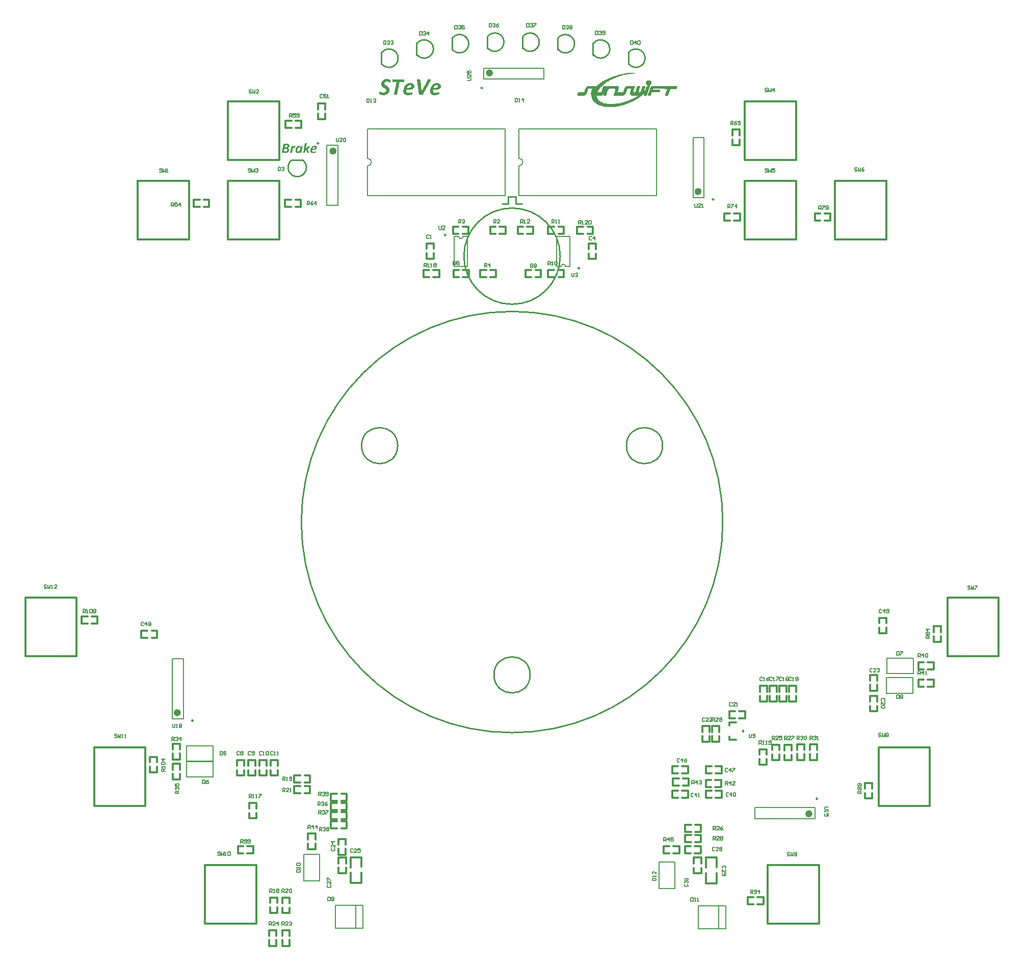
<source format=gto>
%FSAX25Y25*%
%MOIN*%
G70*
G01*
G75*
%ADD10O,0.08661X0.02362*%
%ADD11R,0.03000X0.03543*%
%ADD12R,0.05118X0.05512*%
%ADD13R,0.05512X0.05118*%
%ADD14R,0.03543X0.03000*%
%ADD15R,0.05000X0.06693*%
%ADD16R,0.04921X0.03937*%
%ADD17R,0.08661X0.02362*%
%ADD18O,0.08661X0.02362*%
%ADD19O,0.02362X0.08661*%
%ADD20R,0.09449X0.09843*%
%ADD21C,0.01575*%
%ADD22C,0.01181*%
%ADD23C,0.00984*%
%ADD24C,0.01000*%
%ADD25C,0.03150*%
%ADD26C,0.03937*%
%ADD27C,0.02756*%
%ADD28C,0.02362*%
%ADD29C,0.00591*%
%ADD30C,0.05906*%
%ADD31R,0.05906X0.05906*%
%ADD32C,0.05118*%
%ADD33C,0.07874*%
%ADD34O,0.10236X0.07874*%
%ADD35O,0.08268X0.07874*%
%ADD36R,0.05118X0.09843*%
%ADD37O,0.05118X0.09843*%
%ADD38R,0.06299X0.06299*%
%ADD39C,0.06299*%
%ADD40C,2.75591*%
%ADD41C,0.39370*%
%ADD42C,0.19685*%
%ADD43C,0.05500*%
%ADD44C,0.06693*%
%ADD45C,0.05000*%
%ADD46C,0.01969*%
%ADD47R,0.09646X0.09843*%
%ADD48R,0.09843X0.09449*%
%ADD49R,0.02362X0.08661*%
%ADD50O,0.02362X0.08661*%
%ADD51R,0.20866X0.07087*%
%ADD52O,0.03937X0.01024*%
%ADD53O,0.01024X0.03937*%
%ADD54R,0.03937X0.01024*%
%ADD55R,0.03543X0.01575*%
%ADD56R,0.09449X0.12598*%
%ADD57R,0.06693X0.05000*%
%ADD58R,0.09843X0.14961*%
%ADD59R,0.01969X0.05512*%
%ADD60O,0.08661X0.01575*%
%ADD61R,0.08661X0.01575*%
%ADD62R,0.18110X0.09252*%
%ADD63O,0.01378X0.06299*%
%ADD64R,0.07087X0.07874*%
%ADD65R,0.03543X0.01575*%
%ADD66R,0.09843X0.09646*%
%ADD67R,0.03937X0.04921*%
%ADD68O,0.02165X0.07874*%
%ADD69R,0.15000X0.19685*%
%ADD70R,0.01575X0.03543*%
%ADD71R,0.06000X0.06299*%
%ADD72R,0.06299X0.06000*%
%ADD73C,0.00787*%
%ADD74C,0.00141*%
%ADD75C,0.01378*%
%ADD76C,0.01200*%
G36*
X0739832Y0925099D02*
X0739959Y0925088D01*
X0740109Y0925076D01*
X0740247Y0925053D01*
X0740386Y0925030D01*
X0740397D01*
X0740443Y0925019D01*
X0740512Y0924996D01*
X0740593Y0924973D01*
X0740789Y0924903D01*
X0740881Y0924857D01*
X0740974Y0924800D01*
X0740985Y0924788D01*
X0741008Y0924776D01*
X0741054Y0924742D01*
X0741112Y0924696D01*
X0741227Y0924569D01*
X0741343Y0924408D01*
X0741354Y0924396D01*
X0741366Y0924361D01*
X0741389Y0924315D01*
X0741412Y0924258D01*
X0741435Y0924177D01*
X0741446Y0924073D01*
X0741469Y0923969D01*
Y0923854D01*
Y0923843D01*
Y0923808D01*
Y0923750D01*
X0741458Y0923681D01*
X0741446Y0923600D01*
X0741435Y0923520D01*
X0741389Y0923324D01*
Y0923312D01*
X0741377Y0923278D01*
X0741354Y0923232D01*
X0741331Y0923174D01*
X0741262Y0923036D01*
X0741158Y0922874D01*
X0741147Y0922863D01*
X0741135Y0922840D01*
X0741101Y0922805D01*
X0741054Y0922759D01*
X0740939Y0922643D01*
X0740801Y0922517D01*
X0740789Y0922505D01*
X0740766Y0922494D01*
X0740720Y0922459D01*
X0740662Y0922424D01*
X0740593Y0922390D01*
X0740524Y0922344D01*
X0740340Y0922263D01*
X0740351D01*
X0740374Y0922252D01*
X0740420D01*
X0740466Y0922228D01*
X0740593Y0922194D01*
X0740720Y0922125D01*
X0740731D01*
X0740755Y0922113D01*
X0740824Y0922056D01*
X0740916Y0921986D01*
X0741020Y0921883D01*
X0741031Y0921871D01*
X0741043Y0921859D01*
X0741089Y0921790D01*
X0741158Y0921675D01*
X0741216Y0921537D01*
Y0921525D01*
X0741227Y0921502D01*
X0741239Y0921456D01*
X0741250Y0921410D01*
X0741262Y0921341D01*
X0741273Y0921260D01*
X0741285Y0921087D01*
Y0921075D01*
Y0921052D01*
Y0921006D01*
X0741273Y0920949D01*
X0741262Y0920799D01*
X0741216Y0920626D01*
Y0920614D01*
X0741204Y0920580D01*
X0741193Y0920533D01*
X0741170Y0920476D01*
X0741112Y0920314D01*
X0741020Y0920142D01*
Y0920130D01*
X0740997Y0920107D01*
X0740974Y0920061D01*
X0740928Y0920003D01*
X0740824Y0919865D01*
X0740674Y0919703D01*
X0740662Y0919692D01*
X0740639Y0919669D01*
X0740593Y0919634D01*
X0740535Y0919576D01*
X0740455Y0919519D01*
X0740374Y0919461D01*
X0740167Y0919334D01*
X0740155Y0919323D01*
X0740109Y0919311D01*
X0740051Y0919277D01*
X0739970Y0919242D01*
X0739867Y0919207D01*
X0739751Y0919161D01*
X0739613Y0919115D01*
X0739475Y0919081D01*
X0739452D01*
X0739406Y0919069D01*
X0739325Y0919058D01*
X0739210Y0919046D01*
X0739083Y0919023D01*
X0738921Y0919011D01*
X0738748Y0919000D01*
X0736834D01*
X0736765Y0919011D01*
X0736661Y0919035D01*
X0736581Y0919092D01*
X0736569Y0919115D01*
X0736546Y0919161D01*
X0736535Y0919254D01*
Y0919311D01*
X0736546Y0919380D01*
X0737618Y0924719D01*
Y0924730D01*
X0737630Y0924753D01*
X0737641Y0924788D01*
X0737653Y0924834D01*
X0737699Y0924938D01*
X0737780Y0925019D01*
X0737791D01*
X0737803Y0925030D01*
X0737860Y0925065D01*
X0737964Y0925099D01*
X0738080Y0925111D01*
X0739717D01*
X0739832Y0925099D01*
D02*
G37*
G36*
X0744986Y0923635D02*
X0744998D01*
X0745032Y0923623D01*
X0745113Y0923600D01*
X0745124D01*
X0745159Y0923589D01*
X0745228Y0923566D01*
X0745240D01*
X0745263Y0923554D01*
X0745286Y0923543D01*
X0745309Y0923531D01*
X0745320Y0923520D01*
X0745332Y0923508D01*
X0745343Y0923474D01*
Y0923439D01*
Y0923427D01*
Y0923416D01*
Y0923370D01*
X0745332Y0923312D01*
Y0923301D01*
X0745320Y0923255D01*
X0745309Y0923197D01*
X0745297Y0923116D01*
Y0923093D01*
X0745286Y0923047D01*
X0745274Y0922966D01*
X0745251Y0922874D01*
Y0922851D01*
X0745240Y0922805D01*
X0745217Y0922736D01*
X0745194Y0922655D01*
Y0922643D01*
X0745171Y0922597D01*
X0745148Y0922540D01*
X0745113Y0922482D01*
X0745101Y0922470D01*
X0745078Y0922459D01*
X0745055Y0922436D01*
X0745009Y0922424D01*
X0744986D01*
X0744928Y0922436D01*
X0744917D01*
X0744905Y0922447D01*
X0744836Y0922470D01*
X0744825D01*
X0744802Y0922482D01*
X0744767Y0922494D01*
X0744721Y0922505D01*
X0744709D01*
X0744686Y0922517D01*
X0744640Y0922528D01*
X0744559D01*
X0744525Y0922517D01*
X0744479D01*
X0744363Y0922470D01*
X0744306Y0922447D01*
X0744237Y0922401D01*
X0744225D01*
X0744202Y0922378D01*
X0744168Y0922355D01*
X0744133Y0922309D01*
X0744018Y0922217D01*
X0743891Y0922079D01*
X0743879Y0922067D01*
X0743868Y0922044D01*
X0743833Y0921998D01*
X0743798Y0921952D01*
X0743752Y0921883D01*
X0743695Y0921802D01*
X0743591Y0921606D01*
Y0921594D01*
X0743568Y0921560D01*
X0743545Y0921502D01*
X0743522Y0921433D01*
X0743487Y0921352D01*
X0743464Y0921260D01*
X0743406Y0921052D01*
X0743026Y0919161D01*
Y0919150D01*
Y0919138D01*
X0743014Y0919104D01*
X0742991Y0919081D01*
X0742980D01*
X0742968Y0919058D01*
X0742934Y0919046D01*
X0742876Y0919023D01*
X0742865D01*
X0742830Y0919011D01*
X0742772Y0919000D01*
X0742692Y0918989D01*
X0742611D01*
X0742519Y0918977D01*
X0742207D01*
X0742115Y0918989D01*
X0742092D01*
X0742046Y0919000D01*
X0741988Y0919011D01*
X0741931Y0919023D01*
X0741919D01*
X0741896Y0919035D01*
X0741873Y0919058D01*
X0741850Y0919081D01*
Y0919092D01*
Y0919104D01*
Y0919161D01*
X0742692Y0923381D01*
Y0923393D01*
Y0923405D01*
X0742703Y0923439D01*
X0742726Y0923462D01*
X0742738Y0923474D01*
X0742749Y0923485D01*
X0742818Y0923508D01*
X0742830D01*
X0742865Y0923520D01*
X0742922Y0923531D01*
X0742991Y0923543D01*
X0743014D01*
X0743061Y0923554D01*
X0743141Y0923566D01*
X0743326D01*
X0743395Y0923554D01*
X0743476Y0923543D01*
X0743487D01*
X0743533Y0923531D01*
X0743568Y0923520D01*
X0743614Y0923508D01*
X0743625D01*
X0743649Y0923497D01*
X0743672Y0923485D01*
X0743683Y0923462D01*
X0743695Y0923439D01*
Y0923416D01*
Y0923381D01*
X0743559Y0922716D01*
X0743579Y0922736D01*
X0743603Y0922782D01*
X0743637Y0922828D01*
X0743718Y0922955D01*
X0743822Y0923082D01*
X0743833Y0923093D01*
X0743845Y0923116D01*
X0743914Y0923185D01*
X0744018Y0923278D01*
X0744133Y0923370D01*
X0744144Y0923381D01*
X0744168Y0923393D01*
X0744202Y0923416D01*
X0744237Y0923439D01*
X0744352Y0923508D01*
X0744479Y0923566D01*
X0744490D01*
X0744513Y0923577D01*
X0744548Y0923589D01*
X0744594Y0923612D01*
X0744709Y0923635D01*
X0744848Y0923647D01*
X0744940D01*
X0744986Y0923635D01*
D02*
G37*
G36*
X0820777Y0964726D02*
X0820969Y0964707D01*
X0821180Y0964669D01*
X0821392Y0964630D01*
X0821584Y0964573D01*
X0821603D01*
X0821680Y0964534D01*
X0821757Y0964496D01*
X0821892Y0964457D01*
X0822161Y0964304D01*
X0822430Y0964111D01*
X0822449Y0964092D01*
X0822487Y0964073D01*
X0822545Y0964015D01*
X0822622Y0963938D01*
X0822795Y0963727D01*
X0822929Y0963477D01*
Y0963458D01*
X0822949Y0963420D01*
X0822987Y0963343D01*
X0823026Y0963266D01*
X0823083Y0963016D01*
X0823102Y0962747D01*
Y0962728D01*
Y0962651D01*
X0823083Y0962555D01*
X0823064Y0962420D01*
X0823045Y0962247D01*
X0822987Y0962074D01*
X0822929Y0961901D01*
X0822833Y0961728D01*
X0822814Y0961709D01*
X0822795Y0961651D01*
X0822718Y0961574D01*
X0822641Y0961459D01*
X0822526Y0961325D01*
X0822391Y0961209D01*
X0822237Y0961075D01*
X0822045Y0960940D01*
X0822026Y0960921D01*
X0821949Y0960882D01*
X0821834Y0960825D01*
X0821680Y0960767D01*
X0821469Y0960690D01*
X0821238Y0960613D01*
X0820969Y0960536D01*
X0820662Y0960460D01*
X0820623D01*
X0820508Y0960440D01*
X0820335Y0960402D01*
X0820104Y0960383D01*
X0819816Y0960344D01*
X0819470Y0960306D01*
X0819105Y0960287D01*
X0817971D01*
Y0960248D01*
X0817951Y0960171D01*
X0817932Y0960037D01*
X0817913Y0959902D01*
Y0959883D01*
Y0959806D01*
Y0959691D01*
Y0959595D01*
Y0959575D01*
Y0959479D01*
X0817932Y0959364D01*
X0817951Y0959229D01*
X0817990Y0959076D01*
X0818048Y0958903D01*
X0818124Y0958749D01*
X0818240Y0958615D01*
X0818259Y0958595D01*
X0818297Y0958576D01*
X0818374Y0958518D01*
X0818490Y0958461D01*
X0818643Y0958403D01*
X0818816Y0958365D01*
X0819047Y0958326D01*
X0819297Y0958307D01*
X0819604D01*
X0819912Y0958326D01*
X0820219Y0958365D01*
X0820239D01*
X0820296Y0958384D01*
X0820373Y0958403D01*
X0820469Y0958422D01*
X0820700Y0958480D01*
X0820950Y0958538D01*
X0820969D01*
X0821008Y0958557D01*
X0821065Y0958576D01*
X0821123Y0958595D01*
X0821296Y0958653D01*
X0821469Y0958711D01*
X0821488D01*
X0821507Y0958730D01*
X0821584Y0958749D01*
X0821680Y0958768D01*
X0821757Y0958788D01*
X0821815D01*
X0821853Y0958768D01*
X0821892Y0958730D01*
X0821911Y0958711D01*
X0821930Y0958691D01*
X0821949Y0958634D01*
Y0958557D01*
Y0958538D01*
Y0958461D01*
X0821930Y0958365D01*
X0821911Y0958249D01*
Y0958211D01*
X0821892Y0958134D01*
X0821872Y0958038D01*
X0821853Y0957903D01*
Y0957884D01*
X0821834Y0957807D01*
X0821795Y0957692D01*
X0821738Y0957577D01*
X0821719Y0957557D01*
X0821699Y0957500D01*
X0821642Y0957423D01*
X0821584Y0957365D01*
X0821565Y0957346D01*
X0821507Y0957308D01*
X0821392Y0957250D01*
X0821238Y0957173D01*
X0821219D01*
X0821200Y0957154D01*
X0821142Y0957135D01*
X0821065Y0957115D01*
X0820873Y0957058D01*
X0820623Y0957000D01*
X0820565D01*
X0820488Y0956981D01*
X0820392Y0956962D01*
X0820277Y0956942D01*
X0820143Y0956923D01*
X0819835Y0956885D01*
X0819758D01*
X0819662Y0956866D01*
X0819566D01*
X0819412Y0956846D01*
X0819278D01*
X0818932Y0956827D01*
X0818663D01*
X0818490Y0956846D01*
X0818278Y0956866D01*
X0818067Y0956885D01*
X0817625Y0956981D01*
X0817605D01*
X0817529Y0957019D01*
X0817432Y0957038D01*
X0817298Y0957096D01*
X0816990Y0957250D01*
X0816683Y0957442D01*
X0816664Y0957461D01*
X0816625Y0957500D01*
X0816548Y0957577D01*
X0816471Y0957673D01*
X0816375Y0957788D01*
X0816279Y0957923D01*
X0816183Y0958095D01*
X0816106Y0958269D01*
Y0958288D01*
X0816087Y0958365D01*
X0816049Y0958461D01*
X0816029Y0958615D01*
X0815991Y0958788D01*
X0815953Y0958980D01*
X0815933Y0959210D01*
Y0959460D01*
Y0959479D01*
Y0959556D01*
Y0959672D01*
X0815953Y0959806D01*
Y0959979D01*
X0815972Y0960171D01*
X0816029Y0960594D01*
Y0960613D01*
X0816049Y0960690D01*
X0816068Y0960806D01*
X0816106Y0960959D01*
X0816145Y0961152D01*
X0816203Y0961344D01*
X0816337Y0961767D01*
X0816356Y0961786D01*
X0816375Y0961863D01*
X0816433Y0961978D01*
X0816491Y0962132D01*
X0816587Y0962305D01*
X0816683Y0962497D01*
X0816914Y0962901D01*
X0816933Y0962920D01*
X0816971Y0962997D01*
X0817048Y0963093D01*
X0817144Y0963227D01*
X0817260Y0963362D01*
X0817413Y0963535D01*
X0817740Y0963842D01*
X0817759Y0963861D01*
X0817836Y0963919D01*
X0817932Y0963977D01*
X0818067Y0964073D01*
X0818240Y0964188D01*
X0818432Y0964284D01*
X0818643Y0964400D01*
X0818874Y0964496D01*
X0818913Y0964515D01*
X0818989Y0964534D01*
X0819124Y0964573D01*
X0819297Y0964630D01*
X0819528Y0964669D01*
X0819777Y0964707D01*
X0820047Y0964726D01*
X0820354Y0964746D01*
X0820604D01*
X0820777Y0964726D01*
D02*
G37*
G36*
X0758003Y0923635D02*
X0758119Y0923623D01*
X0758246Y0923600D01*
X0758372Y0923577D01*
X0758488Y0923543D01*
X0758499D01*
X0758545Y0923520D01*
X0758592Y0923497D01*
X0758672Y0923474D01*
X0758834Y0923381D01*
X0758995Y0923266D01*
X0759007Y0923255D01*
X0759030Y0923243D01*
X0759064Y0923209D01*
X0759110Y0923162D01*
X0759214Y0923036D01*
X0759295Y0922886D01*
Y0922874D01*
X0759306Y0922851D01*
X0759329Y0922805D01*
X0759352Y0922759D01*
X0759387Y0922609D01*
X0759399Y0922447D01*
Y0922436D01*
Y0922390D01*
X0759387Y0922332D01*
X0759375Y0922252D01*
X0759364Y0922148D01*
X0759329Y0922044D01*
X0759295Y0921940D01*
X0759237Y0921836D01*
X0759226Y0921825D01*
X0759214Y0921790D01*
X0759168Y0921744D01*
X0759122Y0921675D01*
X0759053Y0921594D01*
X0758972Y0921525D01*
X0758880Y0921444D01*
X0758764Y0921364D01*
X0758753Y0921352D01*
X0758707Y0921329D01*
X0758638Y0921294D01*
X0758545Y0921260D01*
X0758419Y0921214D01*
X0758280Y0921168D01*
X0758119Y0921122D01*
X0757934Y0921075D01*
X0757911D01*
X0757842Y0921064D01*
X0757738Y0921041D01*
X0757600Y0921029D01*
X0757427Y0921006D01*
X0757219Y0920983D01*
X0757000Y0920972D01*
X0756320D01*
Y0920949D01*
X0756309Y0920902D01*
X0756297Y0920822D01*
X0756285Y0920741D01*
Y0920730D01*
Y0920683D01*
Y0920614D01*
Y0920557D01*
Y0920545D01*
Y0920487D01*
X0756297Y0920418D01*
X0756309Y0920337D01*
X0756332Y0920245D01*
X0756366Y0920142D01*
X0756412Y0920049D01*
X0756482Y0919969D01*
X0756493Y0919957D01*
X0756516Y0919946D01*
X0756562Y0919911D01*
X0756631Y0919876D01*
X0756724Y0919842D01*
X0756827Y0919819D01*
X0756966Y0919796D01*
X0757116Y0919784D01*
X0757300D01*
X0757485Y0919796D01*
X0757669Y0919819D01*
X0757681D01*
X0757715Y0919830D01*
X0757761Y0919842D01*
X0757819Y0919853D01*
X0757957Y0919888D01*
X0758107Y0919922D01*
X0758119D01*
X0758142Y0919934D01*
X0758176Y0919946D01*
X0758211Y0919957D01*
X0758315Y0919992D01*
X0758419Y0920026D01*
X0758430D01*
X0758442Y0920038D01*
X0758488Y0920049D01*
X0758545Y0920061D01*
X0758592Y0920072D01*
X0758626D01*
X0758649Y0920061D01*
X0758672Y0920038D01*
X0758684Y0920026D01*
X0758695Y0920015D01*
X0758707Y0919980D01*
Y0919934D01*
Y0919922D01*
Y0919876D01*
X0758695Y0919819D01*
X0758684Y0919750D01*
Y0919726D01*
X0758672Y0919680D01*
X0758661Y0919623D01*
X0758649Y0919542D01*
Y0919530D01*
X0758638Y0919484D01*
X0758614Y0919415D01*
X0758580Y0919346D01*
X0758568Y0919334D01*
X0758557Y0919300D01*
X0758522Y0919254D01*
X0758488Y0919219D01*
X0758476Y0919207D01*
X0758442Y0919184D01*
X0758372Y0919150D01*
X0758280Y0919104D01*
X0758269D01*
X0758257Y0919092D01*
X0758222Y0919081D01*
X0758176Y0919069D01*
X0758061Y0919035D01*
X0757911Y0919000D01*
X0757877D01*
X0757830Y0918989D01*
X0757773Y0918977D01*
X0757704Y0918965D01*
X0757623Y0918954D01*
X0757439Y0918931D01*
X0757392D01*
X0757335Y0918919D01*
X0757277D01*
X0757185Y0918908D01*
X0757104D01*
X0756897Y0918896D01*
X0756735D01*
X0756631Y0918908D01*
X0756505Y0918919D01*
X0756378Y0918931D01*
X0756112Y0918989D01*
X0756101D01*
X0756055Y0919011D01*
X0755997Y0919023D01*
X0755917Y0919058D01*
X0755732Y0919150D01*
X0755548Y0919265D01*
X0755536Y0919277D01*
X0755513Y0919300D01*
X0755467Y0919346D01*
X0755421Y0919403D01*
X0755363Y0919473D01*
X0755305Y0919553D01*
X0755248Y0919657D01*
X0755202Y0919761D01*
Y0919773D01*
X0755190Y0919819D01*
X0755167Y0919876D01*
X0755156Y0919969D01*
X0755132Y0920072D01*
X0755109Y0920188D01*
X0755098Y0920326D01*
Y0920476D01*
Y0920487D01*
Y0920533D01*
Y0920603D01*
X0755109Y0920683D01*
Y0920787D01*
X0755121Y0920902D01*
X0755156Y0921156D01*
Y0921168D01*
X0755167Y0921214D01*
X0755179Y0921283D01*
X0755202Y0921375D01*
X0755225Y0921490D01*
X0755259Y0921606D01*
X0755340Y0921859D01*
X0755352Y0921871D01*
X0755363Y0921917D01*
X0755398Y0921986D01*
X0755432Y0922079D01*
X0755490Y0922182D01*
X0755548Y0922298D01*
X0755686Y0922540D01*
X0755697Y0922551D01*
X0755721Y0922597D01*
X0755767Y0922655D01*
X0755824Y0922736D01*
X0755894Y0922816D01*
X0755986Y0922920D01*
X0756182Y0923105D01*
X0756193Y0923116D01*
X0756239Y0923151D01*
X0756297Y0923185D01*
X0756378Y0923243D01*
X0756482Y0923312D01*
X0756597Y0923370D01*
X0756724Y0923439D01*
X0756862Y0923497D01*
X0756885Y0923508D01*
X0756931Y0923520D01*
X0757012Y0923543D01*
X0757116Y0923577D01*
X0757254Y0923600D01*
X0757404Y0923623D01*
X0757565Y0923635D01*
X0757750Y0923647D01*
X0757900D01*
X0758003Y0923635D01*
D02*
G37*
G36*
X0747811D02*
X0747903Y0923623D01*
X0748019Y0923600D01*
X0748134Y0923577D01*
X0748249Y0923531D01*
X0748364Y0923474D01*
X0748376Y0923462D01*
X0748411Y0923439D01*
X0748468Y0923405D01*
X0748549Y0923358D01*
X0748630Y0923289D01*
X0748710Y0923209D01*
X0748803Y0923116D01*
X0748895Y0923001D01*
X0748976Y0923381D01*
Y0923393D01*
X0748998Y0923439D01*
X0749045Y0923474D01*
X0749114Y0923520D01*
X0749125D01*
X0749137Y0923531D01*
X0749171D01*
X0749218Y0923543D01*
X0749275Y0923554D01*
X0749356D01*
X0749437Y0923566D01*
X0749621D01*
X0749702Y0923554D01*
X0749771Y0923543D01*
X0749794D01*
X0749829Y0923531D01*
X0749875Y0923520D01*
X0749921Y0923508D01*
X0749932D01*
X0749956Y0923497D01*
X0749979Y0923485D01*
X0749990Y0923462D01*
X0750002Y0923439D01*
X0750013Y0923381D01*
X0749171Y0919150D01*
Y0919138D01*
X0749148Y0919104D01*
X0749091Y0919058D01*
X0749010Y0919011D01*
X0748987D01*
X0748952Y0919000D01*
X0748906D01*
X0748849Y0918989D01*
X0748779D01*
X0748699Y0918977D01*
X0748434D01*
X0748353Y0918989D01*
X0748341D01*
X0748295Y0919000D01*
X0748249D01*
X0748203Y0919011D01*
X0748191D01*
X0748180Y0919023D01*
X0748134Y0919069D01*
Y0919081D01*
Y0919092D01*
Y0919150D01*
X0748258Y0919816D01*
X0748249Y0919807D01*
X0748203Y0919738D01*
X0748134Y0919634D01*
X0748030Y0919507D01*
X0748019Y0919496D01*
X0748007Y0919484D01*
X0747972Y0919450D01*
X0747926Y0919415D01*
X0747811Y0919311D01*
X0747661Y0919207D01*
X0747649D01*
X0747626Y0919184D01*
X0747580Y0919161D01*
X0747523Y0919127D01*
X0747453Y0919092D01*
X0747373Y0919058D01*
X0747188Y0918989D01*
X0747177D01*
X0747142Y0918977D01*
X0747096Y0918965D01*
X0747027Y0918942D01*
X0746946Y0918931D01*
X0746854Y0918908D01*
X0746658Y0918896D01*
X0746600D01*
X0746531Y0918908D01*
X0746439D01*
X0746347Y0918931D01*
X0746243Y0918954D01*
X0746139Y0918977D01*
X0746035Y0919023D01*
X0746024Y0919035D01*
X0745989Y0919046D01*
X0745943Y0919081D01*
X0745885Y0919115D01*
X0745759Y0919219D01*
X0745632Y0919369D01*
X0745620Y0919380D01*
X0745609Y0919415D01*
X0745586Y0919461D01*
X0745551Y0919519D01*
X0745516Y0919600D01*
X0745482Y0919680D01*
X0745413Y0919888D01*
Y0919899D01*
X0745401Y0919934D01*
X0745390Y0919992D01*
Y0920072D01*
X0745378Y0920164D01*
X0745367Y0920268D01*
X0745355Y0920499D01*
Y0920510D01*
Y0920557D01*
Y0920614D01*
X0745367Y0920695D01*
Y0920787D01*
X0745378Y0920902D01*
X0745401Y0921145D01*
Y0921156D01*
X0745413Y0921202D01*
X0745424Y0921271D01*
X0745447Y0921364D01*
X0745470Y0921479D01*
X0745493Y0921594D01*
X0745574Y0921848D01*
X0745586Y0921859D01*
X0745597Y0921906D01*
X0745620Y0921975D01*
X0745666Y0922067D01*
X0745701Y0922159D01*
X0745759Y0922274D01*
X0745885Y0922517D01*
X0745897Y0922528D01*
X0745920Y0922574D01*
X0745955Y0922632D01*
X0746012Y0922713D01*
X0746070Y0922805D01*
X0746151Y0922897D01*
X0746324Y0923093D01*
X0746335Y0923105D01*
X0746370Y0923139D01*
X0746427Y0923185D01*
X0746496Y0923243D01*
X0746589Y0923301D01*
X0746693Y0923370D01*
X0746923Y0923497D01*
X0746935Y0923508D01*
X0746981Y0923520D01*
X0747050Y0923543D01*
X0747142Y0923577D01*
X0747258Y0923600D01*
X0747384Y0923623D01*
X0747523Y0923635D01*
X0747673Y0923647D01*
X0747742D01*
X0747811Y0923635D01*
D02*
G37*
G36*
X0752423Y0925561D02*
X0752515Y0925549D01*
X0752538D01*
X0752584Y0925537D01*
X0752642Y0925526D01*
X0752688Y0925515D01*
X0752700D01*
X0752723Y0925503D01*
X0752746Y0925480D01*
X0752769Y0925445D01*
X0752780Y0925422D01*
Y0925399D01*
Y0925365D01*
X0752042Y0921675D01*
X0753622Y0923358D01*
X0753634Y0923370D01*
X0753657Y0923393D01*
X0753714Y0923451D01*
X0753726Y0923462D01*
X0753749Y0923474D01*
X0753795Y0923497D01*
X0753853Y0923520D01*
X0753864D01*
X0753910Y0923531D01*
X0753979Y0923543D01*
X0754060Y0923554D01*
X0754083D01*
X0754152Y0923566D01*
X0754567D01*
X0754660Y0923554D01*
X0754683D01*
X0754729Y0923543D01*
X0754787Y0923531D01*
X0754833Y0923520D01*
X0754844D01*
X0754867Y0923508D01*
X0754902Y0923485D01*
X0754925Y0923462D01*
X0754937D01*
X0754948Y0923439D01*
X0754959Y0923416D01*
Y0923393D01*
Y0923381D01*
X0754948Y0923335D01*
X0754937Y0923278D01*
X0754890Y0923209D01*
X0754879Y0923197D01*
X0754844Y0923139D01*
X0754775Y0923059D01*
X0754683Y0922955D01*
X0753207Y0921548D01*
X0754164Y0919519D01*
X0754176Y0919507D01*
X0754199Y0919461D01*
X0754222Y0919392D01*
X0754233Y0919323D01*
Y0919311D01*
X0754245Y0919277D01*
X0754256Y0919231D01*
Y0919196D01*
Y0919184D01*
Y0919161D01*
X0754245Y0919127D01*
X0754222Y0919092D01*
X0754210Y0919081D01*
X0754199Y0919069D01*
X0754164Y0919046D01*
X0754118Y0919023D01*
X0754106D01*
X0754072Y0919011D01*
X0754003Y0919000D01*
X0753922Y0918989D01*
X0753841D01*
X0753737Y0918977D01*
X0753391D01*
X0753299Y0918989D01*
X0753276D01*
X0753230Y0919000D01*
X0753172D01*
X0753115Y0919011D01*
X0753103D01*
X0753080Y0919023D01*
X0753022Y0919069D01*
Y0919081D01*
X0753011Y0919104D01*
X0752988Y0919173D01*
X0751985Y0921387D01*
X0751547Y0919161D01*
Y0919150D01*
X0751535Y0919138D01*
X0751524Y0919104D01*
X0751489Y0919081D01*
X0751477D01*
X0751466Y0919058D01*
X0751431Y0919046D01*
X0751385Y0919023D01*
X0751374D01*
X0751339Y0919011D01*
X0751270Y0919000D01*
X0751189Y0918989D01*
X0751109D01*
X0751028Y0918977D01*
X0750705D01*
X0750613Y0918989D01*
X0750601D01*
X0750555Y0919000D01*
X0750497D01*
X0750440Y0919011D01*
X0750428D01*
X0750405Y0919023D01*
X0750382Y0919046D01*
X0750359Y0919069D01*
Y0919081D01*
Y0919092D01*
Y0919150D01*
X0751604Y0925365D01*
Y0925376D01*
Y0925388D01*
X0751616Y0925422D01*
X0751639Y0925445D01*
X0751650Y0925457D01*
X0751662Y0925468D01*
X0751696Y0925491D01*
X0751743Y0925515D01*
X0751754D01*
X0751800Y0925526D01*
X0751858Y0925537D01*
X0751939Y0925549D01*
X0751962D01*
X0752019Y0925561D01*
X0752112Y0925572D01*
X0752331D01*
X0752423Y0925561D01*
D02*
G37*
G36*
X0805708Y0967340D02*
X0805958Y0967302D01*
X0805977D01*
X0806016Y0967283D01*
X0806093D01*
X0806170Y0967264D01*
X0806381Y0967206D01*
X0806612Y0967148D01*
X0806631D01*
X0806669Y0967129D01*
X0806785Y0967091D01*
X0806938Y0967033D01*
X0807111Y0966956D01*
X0807131D01*
X0807150Y0966937D01*
X0807227Y0966898D01*
X0807323Y0966841D01*
X0807400Y0966783D01*
X0807419Y0966764D01*
X0807438Y0966725D01*
X0807515Y0966610D01*
Y0966591D01*
X0807534Y0966552D01*
X0807553Y0966495D01*
Y0966418D01*
Y0966399D01*
Y0966360D01*
Y0966302D01*
X0807534Y0966226D01*
Y0966206D01*
X0807515Y0966149D01*
Y0966072D01*
X0807496Y0965956D01*
Y0965937D01*
X0807477Y0965880D01*
X0807457Y0965784D01*
X0807438Y0965668D01*
Y0965649D01*
X0807419Y0965591D01*
X0807380Y0965514D01*
X0807342Y0965418D01*
Y0965399D01*
X0807323Y0965361D01*
X0807227Y0965226D01*
Y0965207D01*
X0807188Y0965188D01*
X0807150Y0965168D01*
X0807111Y0965149D01*
X0807092D01*
X0807034Y0965168D01*
X0806938Y0965188D01*
X0806823Y0965245D01*
X0806804Y0965265D01*
X0806708Y0965303D01*
X0806592Y0965361D01*
X0806419Y0965438D01*
X0806400D01*
X0806381Y0965457D01*
X0806266Y0965514D01*
X0806093Y0965572D01*
X0805862Y0965649D01*
X0805843D01*
X0805804Y0965668D01*
X0805747Y0965687D01*
X0805651Y0965707D01*
X0805420Y0965745D01*
X0805132Y0965764D01*
X0804978D01*
X0804882Y0965745D01*
X0804651Y0965707D01*
X0804401Y0965630D01*
X0804382D01*
X0804363Y0965611D01*
X0804228Y0965553D01*
X0804075Y0965457D01*
X0803921Y0965322D01*
X0803902Y0965284D01*
X0803825Y0965188D01*
X0803729Y0965053D01*
X0803652Y0964880D01*
Y0964861D01*
X0803633Y0964842D01*
X0803613Y0964726D01*
X0803594Y0964573D01*
X0803575Y0964400D01*
Y0964380D01*
Y0964361D01*
X0803594Y0964246D01*
X0803633Y0964073D01*
X0803710Y0963900D01*
X0803729Y0963861D01*
X0803806Y0963765D01*
X0803921Y0963650D01*
X0804075Y0963496D01*
X0804094D01*
X0804113Y0963458D01*
X0804228Y0963381D01*
X0804401Y0963285D01*
X0804613Y0963150D01*
X0804632D01*
X0804671Y0963112D01*
X0804728Y0963093D01*
X0804805Y0963035D01*
X0804997Y0962920D01*
X0805228Y0962785D01*
X0805247D01*
X0805285Y0962747D01*
X0805343Y0962708D01*
X0805420Y0962670D01*
X0805612Y0962535D01*
X0805824Y0962362D01*
X0805843D01*
X0805881Y0962324D01*
X0805939Y0962286D01*
X0806016Y0962228D01*
X0806189Y0962055D01*
X0806362Y0961843D01*
X0806381Y0961824D01*
X0806400Y0961786D01*
X0806458Y0961728D01*
X0806496Y0961651D01*
X0806631Y0961440D01*
X0806746Y0961171D01*
Y0961152D01*
X0806765Y0961113D01*
X0806804Y0961017D01*
X0806823Y0960921D01*
X0806861Y0960786D01*
X0806881Y0960652D01*
X0806900Y0960306D01*
Y0960267D01*
Y0960171D01*
X0806881Y0960037D01*
X0806861Y0959845D01*
X0806823Y0959633D01*
X0806765Y0959402D01*
X0806689Y0959172D01*
X0806592Y0958922D01*
X0806573Y0958903D01*
X0806535Y0958807D01*
X0806458Y0958691D01*
X0806381Y0958538D01*
X0806246Y0958365D01*
X0806112Y0958192D01*
X0805939Y0957999D01*
X0805747Y0957807D01*
X0805728Y0957788D01*
X0805651Y0957730D01*
X0805535Y0957654D01*
X0805382Y0957538D01*
X0805189Y0957423D01*
X0804959Y0957308D01*
X0804709Y0957192D01*
X0804421Y0957077D01*
X0804382Y0957058D01*
X0804286Y0957038D01*
X0804132Y0957000D01*
X0803921Y0956962D01*
X0803671Y0956904D01*
X0803383Y0956866D01*
X0803056Y0956846D01*
X0802710Y0956827D01*
X0802518D01*
X0802402Y0956846D01*
X0802249D01*
X0802095Y0956866D01*
X0801749Y0956923D01*
X0801730D01*
X0801672Y0956942D01*
X0801595Y0956962D01*
X0801499Y0956981D01*
X0801249Y0957038D01*
X0800999Y0957096D01*
X0800980D01*
X0800942Y0957115D01*
X0800884Y0957135D01*
X0800807Y0957173D01*
X0800634Y0957250D01*
X0800442Y0957346D01*
X0800404Y0957365D01*
X0800307Y0957423D01*
X0800192Y0957500D01*
X0800096Y0957596D01*
X0800077Y0957615D01*
X0800058Y0957692D01*
X0800019Y0957807D01*
X0800000Y0957961D01*
Y0957980D01*
Y0957999D01*
Y0958057D01*
Y0958134D01*
Y0958153D01*
X0800019Y0958211D01*
Y0958307D01*
X0800038Y0958403D01*
Y0958422D01*
X0800058Y0958499D01*
X0800096Y0958595D01*
X0800115Y0958711D01*
Y0958730D01*
X0800134Y0958807D01*
X0800173Y0958884D01*
X0800211Y0958980D01*
X0800231Y0958999D01*
X0800250Y0959056D01*
X0800288Y0959133D01*
X0800327Y0959191D01*
X0800346Y0959210D01*
X0800384Y0959249D01*
X0800423Y0959268D01*
X0800480Y0959287D01*
X0800500D01*
X0800577Y0959268D01*
X0800673Y0959229D01*
X0800788Y0959153D01*
X0800826Y0959133D01*
X0800923Y0959076D01*
X0801057Y0958999D01*
X0801249Y0958884D01*
X0801268D01*
X0801307Y0958864D01*
X0801365Y0958826D01*
X0801441Y0958807D01*
X0801653Y0958711D01*
X0801903Y0958615D01*
X0801922D01*
X0801980Y0958595D01*
X0802057Y0958576D01*
X0802153Y0958557D01*
X0802287Y0958538D01*
X0802441Y0958518D01*
X0802806Y0958499D01*
X0802979D01*
X0803075Y0958518D01*
X0803344Y0958557D01*
X0803613Y0958615D01*
X0803633D01*
X0803671Y0958634D01*
X0803729Y0958653D01*
X0803825Y0958691D01*
X0803998Y0958788D01*
X0804190Y0958922D01*
X0804209Y0958941D01*
X0804228Y0958960D01*
X0804325Y0959056D01*
X0804459Y0959210D01*
X0804555Y0959402D01*
Y0959422D01*
X0804574Y0959441D01*
X0804594Y0959499D01*
X0804632Y0959575D01*
X0804671Y0959768D01*
X0804690Y0959998D01*
Y0960017D01*
Y0960056D01*
X0804671Y0960171D01*
X0804632Y0960325D01*
X0804536Y0960498D01*
Y0960517D01*
X0804517Y0960536D01*
X0804440Y0960633D01*
X0804325Y0960767D01*
X0804171Y0960902D01*
X0804152D01*
X0804132Y0960940D01*
X0804017Y0961017D01*
X0803844Y0961132D01*
X0803633Y0961267D01*
X0803613D01*
X0803575Y0961305D01*
X0803517Y0961325D01*
X0803460Y0961382D01*
X0803267Y0961478D01*
X0803037Y0961613D01*
X0803018D01*
X0802979Y0961651D01*
X0802921Y0961690D01*
X0802864Y0961728D01*
X0802672Y0961863D01*
X0802441Y0962016D01*
X0802422Y0962036D01*
X0802402Y0962055D01*
X0802268Y0962170D01*
X0802095Y0962324D01*
X0801922Y0962535D01*
Y0962555D01*
X0801884Y0962593D01*
X0801845Y0962651D01*
X0801787Y0962747D01*
X0801672Y0962958D01*
X0801557Y0963227D01*
Y0963247D01*
X0801538Y0963304D01*
X0801518Y0963381D01*
X0801499Y0963477D01*
X0801461Y0963612D01*
X0801441Y0963765D01*
X0801422Y0964131D01*
Y0964169D01*
Y0964246D01*
X0801441Y0964380D01*
X0801461Y0964554D01*
X0801480Y0964765D01*
X0801538Y0964976D01*
X0801595Y0965207D01*
X0801691Y0965438D01*
X0801711Y0965457D01*
X0801749Y0965534D01*
X0801807Y0965649D01*
X0801903Y0965784D01*
X0802018Y0965956D01*
X0802153Y0966110D01*
X0802306Y0966283D01*
X0802479Y0966456D01*
X0802499Y0966475D01*
X0802575Y0966533D01*
X0802672Y0966610D01*
X0802825Y0966706D01*
X0802998Y0966821D01*
X0803191Y0966937D01*
X0803421Y0967033D01*
X0803671Y0967129D01*
X0803710Y0967148D01*
X0803806Y0967167D01*
X0803940Y0967206D01*
X0804132Y0967264D01*
X0804363Y0967302D01*
X0804632Y0967340D01*
X0804920Y0967360D01*
X0805228Y0967379D01*
X0805459D01*
X0805708Y0967340D01*
D02*
G37*
G36*
X0833462Y0967225D02*
X0833635Y0967206D01*
X0833673D01*
X0833750Y0967187D01*
X0833846Y0967148D01*
X0833904Y0967091D01*
X0833923Y0967071D01*
X0833943Y0967033D01*
Y0966956D01*
X0833923Y0966841D01*
Y0966802D01*
X0833885Y0966725D01*
X0833827Y0966591D01*
X0833731Y0966399D01*
X0828907Y0957365D01*
X0828888Y0957346D01*
X0828868Y0957288D01*
X0828753Y0957135D01*
X0828734Y0957115D01*
X0828695Y0957096D01*
X0828619Y0957058D01*
X0828522Y0957019D01*
X0828503D01*
X0828426Y0957000D01*
X0828311D01*
X0828138Y0956981D01*
X0827965D01*
X0827754Y0956962D01*
X0826966D01*
X0826735Y0956981D01*
X0826697D01*
X0826581Y0957000D01*
X0826447D01*
X0826312Y0957019D01*
X0826293D01*
X0826235Y0957058D01*
X0826178Y0957077D01*
X0826120Y0957135D01*
Y0957154D01*
X0826101Y0957211D01*
X0826081Y0957288D01*
X0826062Y0957384D01*
X0824832Y0966591D01*
Y0966610D01*
Y0966629D01*
X0824813Y0966706D01*
X0824794Y0966821D01*
Y0966918D01*
Y0966937D01*
X0824813Y0966994D01*
X0824852Y0967052D01*
X0824909Y0967110D01*
X0824928Y0967129D01*
X0824986Y0967148D01*
X0825101Y0967187D01*
X0825236Y0967206D01*
X0825274D01*
X0825390Y0967225D01*
X0825582Y0967244D01*
X0826254D01*
X0826447Y0967225D01*
X0826485D01*
X0826562Y0967206D01*
X0826677Y0967187D01*
X0826773Y0967148D01*
X0826793D01*
X0826831Y0967129D01*
X0826889Y0967091D01*
X0826908Y0967033D01*
Y0967014D01*
X0826927Y0966975D01*
X0826946Y0966918D01*
X0826966Y0966841D01*
X0827831Y0958999D01*
X0827850D01*
X0831809Y0966860D01*
Y0966879D01*
X0831847Y0966937D01*
X0831924Y0967052D01*
X0831944Y0967071D01*
X0831982Y0967091D01*
X0832040Y0967129D01*
X0832117Y0967167D01*
X0832136D01*
X0832213Y0967187D01*
X0832328Y0967206D01*
X0832463Y0967225D01*
X0832559D01*
X0832616Y0967244D01*
X0833270D01*
X0833462Y0967225D01*
D02*
G37*
G36*
X0838229Y0964726D02*
X0838421Y0964707D01*
X0838632Y0964669D01*
X0838844Y0964630D01*
X0839036Y0964573D01*
X0839055D01*
X0839132Y0964534D01*
X0839209Y0964496D01*
X0839343Y0964457D01*
X0839612Y0964304D01*
X0839882Y0964111D01*
X0839901Y0964092D01*
X0839939Y0964073D01*
X0839997Y0964015D01*
X0840074Y0963938D01*
X0840247Y0963727D01*
X0840381Y0963477D01*
Y0963458D01*
X0840400Y0963420D01*
X0840439Y0963343D01*
X0840477Y0963266D01*
X0840535Y0963016D01*
X0840554Y0962747D01*
Y0962728D01*
Y0962651D01*
X0840535Y0962555D01*
X0840516Y0962420D01*
X0840497Y0962247D01*
X0840439Y0962074D01*
X0840381Y0961901D01*
X0840285Y0961728D01*
X0840266Y0961709D01*
X0840247Y0961651D01*
X0840170Y0961574D01*
X0840093Y0961459D01*
X0839978Y0961325D01*
X0839843Y0961209D01*
X0839689Y0961075D01*
X0839497Y0960940D01*
X0839478Y0960921D01*
X0839401Y0960882D01*
X0839286Y0960825D01*
X0839132Y0960767D01*
X0838920Y0960690D01*
X0838690Y0960613D01*
X0838421Y0960536D01*
X0838113Y0960460D01*
X0838075D01*
X0837959Y0960440D01*
X0837786Y0960402D01*
X0837556Y0960383D01*
X0837268Y0960344D01*
X0836922Y0960306D01*
X0836556Y0960287D01*
X0835423D01*
Y0960248D01*
X0835403Y0960171D01*
X0835384Y0960037D01*
X0835365Y0959902D01*
Y0959883D01*
Y0959806D01*
Y0959691D01*
Y0959595D01*
Y0959575D01*
Y0959479D01*
X0835384Y0959364D01*
X0835403Y0959229D01*
X0835442Y0959076D01*
X0835499Y0958903D01*
X0835576Y0958749D01*
X0835692Y0958615D01*
X0835711Y0958595D01*
X0835749Y0958576D01*
X0835826Y0958518D01*
X0835941Y0958461D01*
X0836095Y0958403D01*
X0836268Y0958365D01*
X0836499Y0958326D01*
X0836749Y0958307D01*
X0837056D01*
X0837364Y0958326D01*
X0837671Y0958365D01*
X0837690D01*
X0837748Y0958384D01*
X0837825Y0958403D01*
X0837921Y0958422D01*
X0838152Y0958480D01*
X0838402Y0958538D01*
X0838421D01*
X0838459Y0958557D01*
X0838517Y0958576D01*
X0838575Y0958595D01*
X0838748Y0958653D01*
X0838920Y0958711D01*
X0838940D01*
X0838959Y0958730D01*
X0839036Y0958749D01*
X0839132Y0958768D01*
X0839209Y0958788D01*
X0839266D01*
X0839305Y0958768D01*
X0839343Y0958730D01*
X0839363Y0958711D01*
X0839382Y0958691D01*
X0839401Y0958634D01*
Y0958557D01*
Y0958538D01*
Y0958461D01*
X0839382Y0958365D01*
X0839363Y0958249D01*
Y0958211D01*
X0839343Y0958134D01*
X0839324Y0958038D01*
X0839305Y0957903D01*
Y0957884D01*
X0839286Y0957807D01*
X0839247Y0957692D01*
X0839190Y0957577D01*
X0839170Y0957557D01*
X0839151Y0957500D01*
X0839093Y0957423D01*
X0839036Y0957365D01*
X0839017Y0957346D01*
X0838959Y0957308D01*
X0838844Y0957250D01*
X0838690Y0957173D01*
X0838671D01*
X0838651Y0957154D01*
X0838594Y0957135D01*
X0838517Y0957115D01*
X0838325Y0957058D01*
X0838075Y0957000D01*
X0838017D01*
X0837940Y0956981D01*
X0837844Y0956962D01*
X0837729Y0956942D01*
X0837594Y0956923D01*
X0837287Y0956885D01*
X0837210D01*
X0837114Y0956866D01*
X0837018D01*
X0836864Y0956846D01*
X0836729D01*
X0836384Y0956827D01*
X0836114D01*
X0835941Y0956846D01*
X0835730Y0956866D01*
X0835519Y0956885D01*
X0835077Y0956981D01*
X0835057D01*
X0834980Y0957019D01*
X0834884Y0957038D01*
X0834750Y0957096D01*
X0834442Y0957250D01*
X0834135Y0957442D01*
X0834116Y0957461D01*
X0834077Y0957500D01*
X0834000Y0957577D01*
X0833923Y0957673D01*
X0833827Y0957788D01*
X0833731Y0957923D01*
X0833635Y0958095D01*
X0833558Y0958269D01*
Y0958288D01*
X0833539Y0958365D01*
X0833500Y0958461D01*
X0833481Y0958615D01*
X0833443Y0958788D01*
X0833404Y0958980D01*
X0833385Y0959210D01*
Y0959460D01*
Y0959479D01*
Y0959556D01*
Y0959672D01*
X0833404Y0959806D01*
Y0959979D01*
X0833424Y0960171D01*
X0833481Y0960594D01*
Y0960613D01*
X0833500Y0960690D01*
X0833520Y0960806D01*
X0833558Y0960959D01*
X0833597Y0961152D01*
X0833654Y0961344D01*
X0833789Y0961767D01*
X0833808Y0961786D01*
X0833827Y0961863D01*
X0833885Y0961978D01*
X0833943Y0962132D01*
X0834039Y0962305D01*
X0834135Y0962497D01*
X0834365Y0962901D01*
X0834385Y0962920D01*
X0834423Y0962997D01*
X0834500Y0963093D01*
X0834596Y0963227D01*
X0834711Y0963362D01*
X0834865Y0963535D01*
X0835192Y0963842D01*
X0835211Y0963861D01*
X0835288Y0963919D01*
X0835384Y0963977D01*
X0835519Y0964073D01*
X0835692Y0964188D01*
X0835884Y0964284D01*
X0836095Y0964400D01*
X0836326Y0964496D01*
X0836364Y0964515D01*
X0836441Y0964534D01*
X0836576Y0964573D01*
X0836749Y0964630D01*
X0836979Y0964669D01*
X0837229Y0964707D01*
X0837498Y0964726D01*
X0837806Y0964746D01*
X0838056D01*
X0838229Y0964726D01*
D02*
G37*
G36*
X0816414Y0967167D02*
X0816471Y0967148D01*
X0816510Y0967091D01*
X0816529Y0967071D01*
X0816548Y0967033D01*
X0816568Y0966956D01*
Y0966841D01*
Y0966821D01*
Y0966802D01*
Y0966745D01*
X0816548Y0966668D01*
Y0966648D01*
X0816529Y0966591D01*
Y0966514D01*
X0816510Y0966399D01*
Y0966379D01*
X0816491Y0966302D01*
X0816471Y0966187D01*
X0816433Y0966072D01*
Y0966053D01*
X0816414Y0965976D01*
X0816375Y0965880D01*
X0816337Y0965784D01*
X0816318Y0965764D01*
X0816299Y0965707D01*
X0816183Y0965572D01*
X0816164Y0965553D01*
X0816126Y0965534D01*
X0816087Y0965514D01*
X0816010Y0965495D01*
X0813473D01*
X0811839Y0957288D01*
Y0957269D01*
X0811820Y0957250D01*
X0811801Y0957192D01*
X0811743Y0957135D01*
X0811724D01*
X0811705Y0957096D01*
X0811647Y0957077D01*
X0811551Y0957038D01*
X0811532D01*
X0811474Y0957019D01*
X0811359Y0957000D01*
X0811224Y0956981D01*
X0811090D01*
X0810936Y0956962D01*
X0810379D01*
X0810225Y0956981D01*
X0810187D01*
X0810110Y0957000D01*
X0810014Y0957019D01*
X0809918Y0957038D01*
X0809898D01*
X0809860Y0957058D01*
X0809802Y0957096D01*
X0809764Y0957135D01*
Y0957154D01*
Y0957192D01*
Y0957288D01*
X0811397Y0965495D01*
X0808822D01*
X0808784Y0965514D01*
X0808726Y0965534D01*
X0808687Y0965572D01*
Y0965591D01*
X0808668Y0965630D01*
X0808649Y0965707D01*
Y0965803D01*
Y0965822D01*
Y0965860D01*
Y0965918D01*
Y0965995D01*
Y0966014D01*
X0808668Y0966072D01*
Y0966149D01*
X0808687Y0966264D01*
Y0966283D01*
X0808707Y0966360D01*
X0808745Y0966456D01*
X0808764Y0966572D01*
Y0966610D01*
X0808784Y0966668D01*
X0808822Y0966783D01*
X0808860Y0966879D01*
X0808880Y0966898D01*
X0808918Y0966956D01*
X0808957Y0967033D01*
X0809014Y0967091D01*
X0809033Y0967110D01*
X0809072Y0967148D01*
X0809130Y0967167D01*
X0809206Y0967187D01*
X0816375D01*
X0816414Y0967167D01*
D02*
G37*
%LPC*%
G36*
X0820354Y0963343D02*
X0820047D01*
X0819950Y0963323D01*
X0819720Y0963285D01*
X0819470Y0963189D01*
X0819451D01*
X0819412Y0963170D01*
X0819355Y0963131D01*
X0819278Y0963093D01*
X0819105Y0962977D01*
X0818913Y0962804D01*
X0818893Y0962785D01*
X0818874Y0962766D01*
X0818778Y0962651D01*
X0818643Y0962478D01*
X0818509Y0962247D01*
Y0962228D01*
X0818490Y0962189D01*
X0818451Y0962132D01*
X0818413Y0962036D01*
X0818336Y0961824D01*
X0818259Y0961555D01*
X0819143D01*
X0819278Y0961574D01*
X0819451D01*
X0819624Y0961594D01*
X0819797Y0961613D01*
X0819970Y0961632D01*
X0819989D01*
X0820047Y0961651D01*
X0820123Y0961670D01*
X0820219Y0961690D01*
X0820431Y0961747D01*
X0820642Y0961843D01*
X0820662D01*
X0820681Y0961863D01*
X0820796Y0961940D01*
X0820911Y0962055D01*
X0821027Y0962189D01*
X0821046Y0962228D01*
X0821104Y0962305D01*
X0821142Y0962439D01*
X0821161Y0962593D01*
Y0962612D01*
Y0962651D01*
X0821142Y0962708D01*
X0821123Y0962785D01*
X0821065Y0962958D01*
X0820988Y0963054D01*
X0820911Y0963131D01*
X0820892Y0963150D01*
X0820873Y0963170D01*
X0820815Y0963208D01*
X0820719Y0963247D01*
X0820623Y0963285D01*
X0820508Y0963304D01*
X0820354Y0963343D01*
D02*
G37*
G36*
X0837806D02*
X0837498D01*
X0837402Y0963323D01*
X0837171Y0963285D01*
X0836922Y0963189D01*
X0836902D01*
X0836864Y0963170D01*
X0836806Y0963131D01*
X0836729Y0963093D01*
X0836556Y0962977D01*
X0836364Y0962804D01*
X0836345Y0962785D01*
X0836326Y0962766D01*
X0836230Y0962651D01*
X0836095Y0962478D01*
X0835961Y0962247D01*
Y0962228D01*
X0835941Y0962189D01*
X0835903Y0962132D01*
X0835865Y0962036D01*
X0835788Y0961824D01*
X0835711Y0961555D01*
X0836595D01*
X0836729Y0961574D01*
X0836902D01*
X0837075Y0961594D01*
X0837248Y0961613D01*
X0837421Y0961632D01*
X0837441D01*
X0837498Y0961651D01*
X0837575Y0961670D01*
X0837671Y0961690D01*
X0837883Y0961747D01*
X0838094Y0961843D01*
X0838113D01*
X0838132Y0961863D01*
X0838248Y0961940D01*
X0838363Y0962055D01*
X0838478Y0962189D01*
X0838498Y0962228D01*
X0838555Y0962305D01*
X0838594Y0962439D01*
X0838613Y0962593D01*
Y0962612D01*
Y0962651D01*
X0838594Y0962708D01*
X0838575Y0962785D01*
X0838517Y0962958D01*
X0838440Y0963054D01*
X0838363Y0963131D01*
X0838344Y0963150D01*
X0838325Y0963170D01*
X0838267Y0963208D01*
X0838171Y0963247D01*
X0838075Y0963285D01*
X0837959Y0963304D01*
X0837806Y0963343D01*
D02*
G37*
G36*
X0757750Y0922805D02*
X0757565D01*
X0757508Y0922793D01*
X0757369Y0922770D01*
X0757219Y0922713D01*
X0757208D01*
X0757185Y0922701D01*
X0757150Y0922678D01*
X0757104Y0922655D01*
X0757000Y0922586D01*
X0756885Y0922482D01*
X0756874Y0922470D01*
X0756862Y0922459D01*
X0756804Y0922390D01*
X0756724Y0922286D01*
X0756643Y0922148D01*
Y0922136D01*
X0756631Y0922113D01*
X0756608Y0922079D01*
X0756585Y0922021D01*
X0756539Y0921894D01*
X0756493Y0921733D01*
X0757023D01*
X0757104Y0921744D01*
X0757208D01*
X0757312Y0921756D01*
X0757415Y0921767D01*
X0757519Y0921779D01*
X0757531D01*
X0757565Y0921790D01*
X0757611Y0921802D01*
X0757669Y0921813D01*
X0757796Y0921848D01*
X0757923Y0921906D01*
X0757934D01*
X0757946Y0921917D01*
X0758015Y0921963D01*
X0758084Y0922032D01*
X0758153Y0922113D01*
X0758165Y0922136D01*
X0758200Y0922182D01*
X0758222Y0922263D01*
X0758234Y0922355D01*
Y0922367D01*
Y0922390D01*
X0758222Y0922424D01*
X0758211Y0922470D01*
X0758176Y0922574D01*
X0758130Y0922632D01*
X0758084Y0922678D01*
X0758073Y0922690D01*
X0758061Y0922701D01*
X0758027Y0922724D01*
X0757969Y0922747D01*
X0757911Y0922770D01*
X0757842Y0922782D01*
X0757750Y0922805D01*
D02*
G37*
G36*
X0739394Y0924177D02*
X0738725D01*
X0738403Y0922597D01*
X0739198D01*
X0739279Y0922609D01*
X0739440Y0922632D01*
X0739602Y0922690D01*
X0739613D01*
X0739636Y0922701D01*
X0739671Y0922724D01*
X0739717Y0922759D01*
X0739832Y0922828D01*
X0739936Y0922932D01*
X0739948Y0922943D01*
X0739959Y0922955D01*
X0739982Y0922989D01*
X0740005Y0923036D01*
X0740063Y0923151D01*
X0740120Y0923278D01*
Y0923289D01*
X0740132Y0923312D01*
X0740143Y0923347D01*
X0740155Y0923393D01*
X0740178Y0923497D01*
X0740190Y0923623D01*
Y0923635D01*
Y0923647D01*
X0740178Y0923704D01*
X0740167Y0923785D01*
X0740132Y0923854D01*
X0740120Y0923877D01*
X0740097Y0923912D01*
X0740051Y0923969D01*
X0739994Y0924027D01*
X0739982Y0924039D01*
X0739924Y0924062D01*
X0739855Y0924096D01*
X0739751Y0924131D01*
X0739740D01*
X0739728Y0924142D01*
X0739694D01*
X0739659Y0924154D01*
X0739544Y0924165D01*
X0739394Y0924177D01*
D02*
G37*
G36*
X0747834Y0922632D02*
X0747673D01*
X0747626Y0922620D01*
X0747500Y0922586D01*
X0747373Y0922528D01*
X0747361D01*
X0747350Y0922517D01*
X0747281Y0922459D01*
X0747188Y0922378D01*
X0747085Y0922274D01*
Y0922263D01*
X0747061Y0922252D01*
X0747038Y0922217D01*
X0747004Y0922171D01*
X0746935Y0922056D01*
X0746854Y0921917D01*
Y0921906D01*
X0746842Y0921883D01*
X0746819Y0921836D01*
X0746796Y0921790D01*
X0746750Y0921640D01*
X0746693Y0921479D01*
Y0921467D01*
X0746681Y0921444D01*
X0746669Y0921398D01*
X0746658Y0921341D01*
X0746635Y0921202D01*
X0746600Y0921029D01*
Y0921018D01*
Y0920995D01*
X0746589Y0920949D01*
Y0920891D01*
X0746577Y0920753D01*
Y0920603D01*
Y0920591D01*
Y0920580D01*
Y0920522D01*
Y0920430D01*
X0746589Y0920337D01*
Y0920314D01*
X0746612Y0920257D01*
X0746635Y0920188D01*
X0746669Y0920107D01*
X0746681Y0920095D01*
X0746716Y0920049D01*
X0746762Y0920003D01*
X0746819Y0919957D01*
X0746842Y0919946D01*
X0746888Y0919934D01*
X0746969Y0919911D01*
X0747073Y0919899D01*
X0747108D01*
X0747154Y0919911D01*
X0747200D01*
X0747338Y0919946D01*
X0747500Y0920015D01*
X0747511Y0920026D01*
X0747534Y0920038D01*
X0747580Y0920072D01*
X0747638Y0920107D01*
X0747765Y0920211D01*
X0747903Y0920360D01*
X0747915Y0920372D01*
X0747938Y0920395D01*
X0747972Y0920441D01*
X0748019Y0920510D01*
X0748065Y0920580D01*
X0748122Y0920660D01*
X0748238Y0920856D01*
X0748249Y0920868D01*
X0748261Y0920902D01*
X0748284Y0920960D01*
X0748318Y0921041D01*
X0748353Y0921133D01*
X0748387Y0921237D01*
X0748445Y0921479D01*
X0748572Y0922113D01*
X0748560Y0922125D01*
X0748549Y0922159D01*
X0748514Y0922205D01*
X0748468Y0922252D01*
X0748353Y0922378D01*
X0748284Y0922436D01*
X0748203Y0922494D01*
X0748191Y0922505D01*
X0748168Y0922517D01*
X0748122Y0922540D01*
X0748076Y0922563D01*
X0748007Y0922586D01*
X0747926Y0922609D01*
X0747834Y0922632D01*
D02*
G37*
G36*
X0739037Y0921686D02*
X0738218D01*
X0737872Y0919946D01*
X0738864D01*
X0738944Y0919957D01*
X0739129Y0919980D01*
X0739302Y0920038D01*
X0739313D01*
X0739336Y0920049D01*
X0739383Y0920072D01*
X0739440Y0920107D01*
X0739556Y0920176D01*
X0739682Y0920280D01*
X0739694Y0920291D01*
X0739705Y0920303D01*
X0739728Y0920337D01*
X0739763Y0920384D01*
X0739844Y0920487D01*
X0739901Y0920626D01*
Y0920637D01*
X0739913Y0920660D01*
X0739924Y0920695D01*
X0739948Y0920753D01*
X0739970Y0920879D01*
X0739982Y0921029D01*
Y0921041D01*
Y0921075D01*
X0739970Y0921133D01*
X0739959Y0921202D01*
X0739924Y0921271D01*
X0739890Y0921352D01*
X0739832Y0921433D01*
X0739751Y0921502D01*
X0739740Y0921513D01*
X0739705Y0921537D01*
X0739659Y0921560D01*
X0739578Y0921594D01*
X0739486Y0921629D01*
X0739359Y0921663D01*
X0739210Y0921675D01*
X0739037Y0921686D01*
D02*
G37*
%LPD*%
D23*
X0678441Y0547653D02*
G03*
X0678441Y0547653I-0000492J0000000D01*
G01*
X1018941Y0888653D02*
G03*
X1018941Y0888653I-0000492J0000000D01*
G01*
X0931193Y0843661D02*
G03*
X0931193Y0843661I-0000492J0000000D01*
G01*
X0760543Y0925346D02*
G03*
X0760543Y0925346I-0000492J0000000D01*
G01*
X0867646Y0961551D02*
G03*
X0867646Y0961551I-0000492J0000000D01*
G01*
X0843791Y0865354D02*
G03*
X0843791Y0865354I-0000492J0000000D01*
G01*
X1086697Y0496480D02*
G03*
X1086697Y0496480I-0000492J0000000D01*
G01*
D24*
X0918496Y0851476D02*
G03*
X0918496Y0851476I-0031496J0000000D01*
G01*
X0898811Y0577500D02*
G03*
X0898811Y0577500I-0011811J0000000D01*
G01*
X0812209Y0727500D02*
G03*
X0812209Y0727500I-0011811J0000000D01*
G01*
X0985413D02*
G03*
X0985413Y0727500I-0011811J0000000D01*
G01*
X1024795Y0677500D02*
G03*
X1024795Y0677500I-0137795J0000000D01*
G01*
X0963315Y0977252D02*
G03*
X0963315Y0984748I0004685J0003748D01*
G01*
X0824886Y0983252D02*
G03*
X0824886Y0990748I0004685J0003748D01*
G01*
X0847958Y0986752D02*
G03*
X0847958Y0994248I0004685J0003748D01*
G01*
X0871029Y0987752D02*
G03*
X0871029Y0995248I0004685J0003748D01*
G01*
X0894100Y0987752D02*
G03*
X0894100Y0995248I0004685J0003748D01*
G01*
X0917172Y0986752D02*
G03*
X0917172Y0994248I0004685J0003748D01*
G01*
X0940243Y0983252D02*
G03*
X0940243Y0990748I0004685J0003748D01*
G01*
X0801815Y0977252D02*
G03*
X0801815Y0984748I0004685J0003748D01*
G01*
X0742752Y0914185D02*
G03*
X0750248Y0914185I0003748J-0004685D01*
G01*
X0889500Y0885866D02*
X0893500D01*
X0889500D02*
Y0890539D01*
X0884500D02*
X0889500D01*
X0884500Y0885819D02*
Y0890539D01*
X0880500Y0885819D02*
X0884500D01*
X0963000Y0977000D02*
Y0985000D01*
X0824571Y0983000D02*
Y0991000D01*
X0847643Y0986500D02*
Y0994500D01*
X0870714Y0987500D02*
Y0995500D01*
X0893786Y0987500D02*
Y0995500D01*
X0916857Y0986500D02*
Y0994500D01*
X0939929Y0983000D02*
Y0991000D01*
X0801500Y0977000D02*
Y0985000D01*
X0742500Y0914500D02*
X0750500D01*
D28*
X0669287Y0552752D02*
G03*
X0669287Y0552752I-0001181J0000000D01*
G01*
X1009787Y0893752D02*
G03*
X1009787Y0893752I-0001181J0000000D01*
G01*
X0771075Y0920248D02*
G03*
X0771075Y0920248I-0001181J0000000D01*
G01*
X0873433Y0971394D02*
G03*
X0873433Y0971394I-0001181J0000000D01*
G01*
X1082287Y0486638D02*
G03*
X1082287Y0486638I-0001181J0000000D01*
G01*
D29*
X0889000Y0954830D02*
Y0952468D01*
X0890181D01*
X0890574Y0952862D01*
Y0954436D01*
X0890181Y0954830D01*
X0889000D01*
X0891361Y0952468D02*
X0892149D01*
X0891755D01*
Y0954830D01*
X0891361Y0954436D01*
X0894510Y0952468D02*
Y0954830D01*
X0893329Y0953649D01*
X0894904D01*
X1054074Y0908468D02*
X1053681Y0908861D01*
X1052894D01*
X1052500Y0908468D01*
Y0908074D01*
X1052894Y0907681D01*
X1053681D01*
X1054074Y0907287D01*
Y0906894D01*
X1053681Y0906500D01*
X1052894D01*
X1052500Y0906894D01*
X1054861Y0908861D02*
Y0906500D01*
X1055649Y0907287D01*
X1056436Y0906500D01*
Y0908861D01*
X1058797D02*
X1057223D01*
Y0907681D01*
X1058010Y0908074D01*
X1058404D01*
X1058797Y0907681D01*
Y0906894D01*
X1058404Y0906500D01*
X1057617D01*
X1057223Y0906894D01*
X0753000Y0885000D02*
Y0887361D01*
X0754181D01*
X0754574Y0886968D01*
Y0886181D01*
X0754181Y0885787D01*
X0753000D01*
X0753787D02*
X0754574Y0885000D01*
X0756936Y0887361D02*
X0756149Y0886968D01*
X0755361Y0886181D01*
Y0885394D01*
X0755755Y0885000D01*
X0756542D01*
X0756936Y0885394D01*
Y0885787D01*
X0756542Y0886181D01*
X0755361D01*
X0758904Y0885000D02*
Y0887361D01*
X0757723Y0886181D01*
X0759297D01*
X0857639Y0966500D02*
X0859606D01*
X0860000Y0966894D01*
Y0967681D01*
X0859606Y0968074D01*
X0857639D01*
X0860000Y0970436D02*
Y0968861D01*
X0858426Y0970436D01*
X0858032D01*
X0857639Y0970042D01*
Y0969255D01*
X0858032Y0968861D01*
X0857639Y0972797D02*
Y0971223D01*
X0858819D01*
X0858426Y0972010D01*
Y0972404D01*
X0858819Y0972797D01*
X0859606D01*
X0860000Y0972404D01*
Y0971616D01*
X0859606Y0971223D01*
X0803000Y0992361D02*
Y0990000D01*
X0804181D01*
X0804574Y0990394D01*
Y0991968D01*
X0804181Y0992361D01*
X0803000D01*
X0805361Y0991968D02*
X0805755Y0992361D01*
X0806542D01*
X0806936Y0991968D01*
Y0991574D01*
X0806542Y0991181D01*
X0806149D01*
X0806542D01*
X0806936Y0990787D01*
Y0990394D01*
X0806542Y0990000D01*
X0805755D01*
X0805361Y0990394D01*
X0807723Y0991968D02*
X0808116Y0992361D01*
X0808904D01*
X0809297Y0991968D01*
Y0991574D01*
X0808904Y0991181D01*
X0808510D01*
X0808904D01*
X0809297Y0990787D01*
Y0990394D01*
X0808904Y0990000D01*
X0808116D01*
X0807723Y0990394D01*
X0766532Y0440074D02*
X0766139Y0439681D01*
Y0438894D01*
X0766532Y0438500D01*
X0768106D01*
X0768500Y0438894D01*
Y0439681D01*
X0768106Y0440074D01*
X0768500Y0442436D02*
Y0440861D01*
X0766926Y0442436D01*
X0766532D01*
X0766139Y0442042D01*
Y0441255D01*
X0766532Y0440861D01*
X0766139Y0443223D02*
Y0444797D01*
X0766532D01*
X0768106Y0443223D01*
X0768500D01*
X0832674Y0865068D02*
X0832281Y0865461D01*
X0831494D01*
X0831100Y0865068D01*
Y0863494D01*
X0831494Y0863100D01*
X0832281D01*
X0832674Y0863494D01*
X0833461Y0863100D02*
X0834249D01*
X0833855D01*
Y0865461D01*
X0833461Y0865068D01*
X0939074Y0863968D02*
X0938681Y0864361D01*
X0937894D01*
X0937500Y0863968D01*
Y0862394D01*
X0937894Y0862000D01*
X0938681D01*
X0939074Y0862394D01*
X0941042Y0862000D02*
Y0864361D01*
X0939861Y0863181D01*
X0941436D01*
X0734000Y0909861D02*
Y0907500D01*
X0735181D01*
X0735574Y0907894D01*
Y0909468D01*
X0735181Y0909861D01*
X0734000D01*
X0736361Y0909468D02*
X0736755Y0909861D01*
X0737542D01*
X0737936Y0909468D01*
Y0909074D01*
X0737542Y0908681D01*
X0737149D01*
X0737542D01*
X0737936Y0908287D01*
Y0907894D01*
X0737542Y0907500D01*
X0736755D01*
X0736361Y0907894D01*
X0875000Y0873000D02*
Y0875361D01*
X0876181D01*
X0876574Y0874968D01*
Y0874181D01*
X0876181Y0873787D01*
X0875000D01*
X0875787D02*
X0876574Y0873000D01*
X0878936D02*
X0877361D01*
X0878936Y0874574D01*
Y0874968D01*
X0878542Y0875361D01*
X0877755D01*
X0877361Y0874968D01*
X0852000Y0873000D02*
Y0875361D01*
X0853181D01*
X0853574Y0874968D01*
Y0874181D01*
X0853181Y0873787D01*
X0852000D01*
X0852787D02*
X0853574Y0873000D01*
X0854361Y0874968D02*
X0854755Y0875361D01*
X0855542D01*
X0855936Y0874968D01*
Y0874574D01*
X0855542Y0874181D01*
X0855149D01*
X0855542D01*
X0855936Y0873787D01*
Y0873394D01*
X0855542Y0873000D01*
X0854755D01*
X0854361Y0873394D01*
X0848600Y0845600D02*
Y0847961D01*
X0849781D01*
X0850174Y0847568D01*
Y0846781D01*
X0849781Y0846387D01*
X0848600D01*
X0849387D02*
X0850174Y0845600D01*
X0852536Y0847961D02*
X0850961D01*
Y0846781D01*
X0851749Y0847174D01*
X0852142D01*
X0852536Y0846781D01*
Y0845994D01*
X0852142Y0845600D01*
X0851355D01*
X0850961Y0845994D01*
X0899000Y0844000D02*
Y0846361D01*
X0900181D01*
X0900574Y0845968D01*
Y0845181D01*
X0900181Y0844787D01*
X0899000D01*
X0899787D02*
X0900574Y0844000D01*
X0901361Y0845968D02*
X0901755Y0846361D01*
X0902542D01*
X0902936Y0845968D01*
Y0845574D01*
X0902542Y0845181D01*
X0902936Y0844787D01*
Y0844394D01*
X0902542Y0844000D01*
X0901755D01*
X0901361Y0844394D01*
Y0844787D01*
X0901755Y0845181D01*
X0901361Y0845574D01*
Y0845968D01*
X0901755Y0845181D02*
X0902542D01*
X0910600Y0845600D02*
Y0847961D01*
X0911781D01*
X0912174Y0847568D01*
Y0846781D01*
X0911781Y0846387D01*
X0910600D01*
X0911387D02*
X0912174Y0845600D01*
X0912961D02*
X0913749D01*
X0913355D01*
Y0847961D01*
X0912961Y0847568D01*
X0914929D02*
X0915323Y0847961D01*
X0916110D01*
X0916504Y0847568D01*
Y0845994D01*
X0916110Y0845600D01*
X0915323D01*
X0914929Y0845994D01*
Y0847568D01*
X0913000Y0873000D02*
Y0875361D01*
X0914181D01*
X0914574Y0874968D01*
Y0874181D01*
X0914181Y0873787D01*
X0913000D01*
X0913787D02*
X0914574Y0873000D01*
X0915361D02*
X0916149D01*
X0915755D01*
Y0875361D01*
X0915361Y0874968D01*
X0917329Y0873000D02*
X0918116D01*
X0917723D01*
Y0875361D01*
X0917329Y0874968D01*
X0892500Y0873000D02*
Y0875361D01*
X0893681D01*
X0894074Y0874968D01*
Y0874181D01*
X0893681Y0873787D01*
X0892500D01*
X0893287D02*
X0894074Y0873000D01*
X0894861D02*
X0895649D01*
X0895255D01*
Y0875361D01*
X0894861Y0874968D01*
X0898404Y0873000D02*
X0896829D01*
X0898404Y0874574D01*
Y0874968D01*
X0898010Y0875361D01*
X0897223D01*
X0896829Y0874968D01*
X0839200Y0871261D02*
Y0869294D01*
X0839594Y0868900D01*
X0840381D01*
X0840774Y0869294D01*
Y0871261D01*
X0843136Y0868900D02*
X0841561D01*
X0843136Y0870474D01*
Y0870868D01*
X0842742Y0871261D01*
X0841955D01*
X0841561Y0870868D01*
X0926000Y0840361D02*
Y0838394D01*
X0926394Y0838000D01*
X0927181D01*
X0927574Y0838394D01*
Y0840361D01*
X0928361Y0839968D02*
X0928755Y0840361D01*
X0929542D01*
X0929936Y0839968D01*
Y0839574D01*
X0929542Y0839181D01*
X0929149D01*
X0929542D01*
X0929936Y0838787D01*
Y0838394D01*
X0929542Y0838000D01*
X0928755D01*
X0928361Y0838394D01*
X1006500Y0885861D02*
Y0883894D01*
X1006894Y0883500D01*
X1007681D01*
X1008074Y0883894D01*
Y0885861D01*
X1010436Y0883500D02*
X1008861D01*
X1010436Y0885074D01*
Y0885468D01*
X1010042Y0885861D01*
X1009255D01*
X1008861Y0885468D01*
X1011223Y0883500D02*
X1012010D01*
X1011617D01*
Y0885861D01*
X1011223Y0885468D01*
X0772000Y0928692D02*
Y0926724D01*
X0772394Y0926331D01*
X0773181D01*
X0773574Y0926724D01*
Y0928692D01*
X0775936Y0926331D02*
X0774361D01*
X0775936Y0927905D01*
Y0928299D01*
X0775542Y0928692D01*
X0774755D01*
X0774361Y0928299D01*
X0776723D02*
X0777116Y0928692D01*
X0777904D01*
X0778297Y0928299D01*
Y0926724D01*
X0777904Y0926331D01*
X0777116D01*
X0776723Y0926724D01*
Y0928299D01*
X0665000Y0545361D02*
Y0543394D01*
X0665394Y0543000D01*
X0666181D01*
X0666574Y0543394D01*
Y0545361D01*
X0667361Y0543000D02*
X0668149D01*
X0667755D01*
Y0545361D01*
X0667361Y0544968D01*
X0669329D02*
X0669723Y0545361D01*
X0670510D01*
X0670904Y0544968D01*
Y0544574D01*
X0670510Y0544181D01*
X0670904Y0543787D01*
Y0543394D01*
X0670510Y0543000D01*
X0669723D01*
X0669329Y0543394D01*
Y0543787D01*
X0669723Y0544181D01*
X0669329Y0544574D01*
Y0544968D01*
X0669723Y0544181D02*
X0670510D01*
X1093861Y0491000D02*
X1091894D01*
X1091500Y0490606D01*
Y0489819D01*
X1091894Y0489426D01*
X1093861D01*
X1091500Y0488639D02*
Y0487851D01*
Y0488245D01*
X1093861D01*
X1093468Y0488639D01*
X1093861Y0485096D02*
Y0486671D01*
X1092681D01*
X1093074Y0485884D01*
Y0485490D01*
X1092681Y0485096D01*
X1091894D01*
X1091500Y0485490D01*
Y0486277D01*
X1091894Y0486671D01*
X1042000Y0538861D02*
Y0536894D01*
X1042394Y0536500D01*
X1043181D01*
X1043574Y0536894D01*
Y0538861D01*
X1044361Y0536894D02*
X1044755Y0536500D01*
X1045542D01*
X1045936Y0536894D01*
Y0538468D01*
X1045542Y0538861D01*
X1044755D01*
X1044361Y0538468D01*
Y0538074D01*
X1044755Y0537681D01*
X1045936D01*
X0582574Y0635968D02*
X0582181Y0636361D01*
X0581394D01*
X0581000Y0635968D01*
Y0635574D01*
X0581394Y0635181D01*
X0582181D01*
X0582574Y0634787D01*
Y0634394D01*
X0582181Y0634000D01*
X0581394D01*
X0581000Y0634394D01*
X0583361Y0636361D02*
Y0634000D01*
X0584149Y0634787D01*
X0584936Y0634000D01*
Y0636361D01*
X0585723Y0634000D02*
X0586510D01*
X0586116D01*
Y0636361D01*
X0585723Y0635968D01*
X0589265Y0634000D02*
X0587691D01*
X0589265Y0635574D01*
Y0635968D01*
X0588871Y0636361D01*
X0588084D01*
X0587691Y0635968D01*
X0628574Y0538468D02*
X0628181Y0538861D01*
X0627394D01*
X0627000Y0538468D01*
Y0538074D01*
X0627394Y0537681D01*
X0628181D01*
X0628574Y0537287D01*
Y0536894D01*
X0628181Y0536500D01*
X0627394D01*
X0627000Y0536894D01*
X0629361Y0538861D02*
Y0536500D01*
X0630149Y0537287D01*
X0630936Y0536500D01*
Y0538861D01*
X0631723Y0536500D02*
X0632510D01*
X0632116D01*
Y0538861D01*
X0631723Y0538468D01*
X0633691Y0536500D02*
X0634478D01*
X0634084D01*
Y0538861D01*
X0633691Y0538468D01*
X0696074Y0461468D02*
X0695681Y0461861D01*
X0694894D01*
X0694500Y0461468D01*
Y0461074D01*
X0694894Y0460681D01*
X0695681D01*
X0696074Y0460287D01*
Y0459894D01*
X0695681Y0459500D01*
X0694894D01*
X0694500Y0459894D01*
X0696861Y0461861D02*
Y0459500D01*
X0697649Y0460287D01*
X0698436Y0459500D01*
Y0461861D01*
X0699223Y0459500D02*
X0700010D01*
X0699616D01*
Y0461861D01*
X0699223Y0461468D01*
X0701191D02*
X0701584Y0461861D01*
X0702372D01*
X0702765Y0461468D01*
Y0459894D01*
X0702372Y0459500D01*
X0701584D01*
X0701191Y0459894D01*
Y0461468D01*
X1068574Y0460968D02*
X1068181Y0461361D01*
X1067394D01*
X1067000Y0460968D01*
Y0460574D01*
X1067394Y0460181D01*
X1068181D01*
X1068574Y0459787D01*
Y0459394D01*
X1068181Y0459000D01*
X1067394D01*
X1067000Y0459394D01*
X1069361Y0461361D02*
Y0459000D01*
X1070149Y0459787D01*
X1070936Y0459000D01*
Y0461361D01*
X1071723Y0459394D02*
X1072116Y0459000D01*
X1072904D01*
X1073297Y0459394D01*
Y0460968D01*
X1072904Y0461361D01*
X1072116D01*
X1071723Y0460968D01*
Y0460574D01*
X1072116Y0460181D01*
X1073297D01*
X1128274Y0538968D02*
X1127881Y0539361D01*
X1127094D01*
X1126700Y0538968D01*
Y0538574D01*
X1127094Y0538181D01*
X1127881D01*
X1128274Y0537787D01*
Y0537394D01*
X1127881Y0537000D01*
X1127094D01*
X1126700Y0537394D01*
X1129061Y0539361D02*
Y0537000D01*
X1129849Y0537787D01*
X1130636Y0537000D01*
Y0539361D01*
X1131423Y0538968D02*
X1131816Y0539361D01*
X1132604D01*
X1132997Y0538968D01*
Y0538574D01*
X1132604Y0538181D01*
X1132997Y0537787D01*
Y0537394D01*
X1132604Y0537000D01*
X1131816D01*
X1131423Y0537394D01*
Y0537787D01*
X1131816Y0538181D01*
X1131423Y0538574D01*
Y0538968D01*
X1131816Y0538181D02*
X1132604D01*
X1186574Y0635468D02*
X1186181Y0635861D01*
X1185394D01*
X1185000Y0635468D01*
Y0635074D01*
X1185394Y0634681D01*
X1186181D01*
X1186574Y0634287D01*
Y0633894D01*
X1186181Y0633500D01*
X1185394D01*
X1185000Y0633894D01*
X1187361Y0635861D02*
Y0633500D01*
X1188149Y0634287D01*
X1188936Y0633500D01*
Y0635861D01*
X1189723D02*
X1191297D01*
Y0635468D01*
X1189723Y0633894D01*
Y0633500D01*
X1112574Y0908968D02*
X1112181Y0909361D01*
X1111394D01*
X1111000Y0908968D01*
Y0908574D01*
X1111394Y0908181D01*
X1112181D01*
X1112574Y0907787D01*
Y0907394D01*
X1112181Y0907000D01*
X1111394D01*
X1111000Y0907394D01*
X1113361Y0909361D02*
Y0907000D01*
X1114149Y0907787D01*
X1114936Y0907000D01*
Y0909361D01*
X1117297D02*
X1116510Y0908968D01*
X1115723Y0908181D01*
Y0907394D01*
X1116117Y0907000D01*
X1116904D01*
X1117297Y0907394D01*
Y0907787D01*
X1116904Y0908181D01*
X1115723D01*
X1054074Y0960968D02*
X1053681Y0961361D01*
X1052894D01*
X1052500Y0960968D01*
Y0960574D01*
X1052894Y0960181D01*
X1053681D01*
X1054074Y0959787D01*
Y0959394D01*
X1053681Y0959000D01*
X1052894D01*
X1052500Y0959394D01*
X1054861Y0961361D02*
Y0959000D01*
X1055649Y0959787D01*
X1056436Y0959000D01*
Y0961361D01*
X1058404Y0959000D02*
Y0961361D01*
X1057223Y0960181D01*
X1058797D01*
X0716074Y0908499D02*
X0715681Y0908893D01*
X0714894D01*
X0714500Y0908499D01*
Y0908106D01*
X0714894Y0907712D01*
X0715681D01*
X0716074Y0907319D01*
Y0906925D01*
X0715681Y0906532D01*
X0714894D01*
X0714500Y0906925D01*
X0716861Y0908893D02*
Y0906532D01*
X0717649Y0907319D01*
X0718436Y0906532D01*
Y0908893D01*
X0719223Y0908499D02*
X0719616Y0908893D01*
X0720404D01*
X0720797Y0908499D01*
Y0908106D01*
X0720404Y0907712D01*
X0720010D01*
X0720404D01*
X0720797Y0907319D01*
Y0906925D01*
X0720404Y0906532D01*
X0719616D01*
X0719223Y0906925D01*
X0716574Y0959968D02*
X0716181Y0960361D01*
X0715394D01*
X0715000Y0959968D01*
Y0959574D01*
X0715394Y0959181D01*
X0716181D01*
X0716574Y0958787D01*
Y0958394D01*
X0716181Y0958000D01*
X0715394D01*
X0715000Y0958394D01*
X0717361Y0960361D02*
Y0958000D01*
X0718149Y0958787D01*
X0718936Y0958000D01*
Y0960361D01*
X0721297Y0958000D02*
X0719723D01*
X0721297Y0959574D01*
Y0959968D01*
X0720904Y0960361D01*
X0720116D01*
X0719723Y0959968D01*
X0658074Y0908468D02*
X0657681Y0908861D01*
X0656894D01*
X0656500Y0908468D01*
Y0908074D01*
X0656894Y0907681D01*
X0657681D01*
X0658074Y0907287D01*
Y0906894D01*
X0657681Y0906500D01*
X0656894D01*
X0656500Y0906894D01*
X0658861Y0908861D02*
Y0906500D01*
X0659649Y0907287D01*
X0660436Y0906500D01*
Y0908861D01*
X0661223Y0906500D02*
X0662010D01*
X0661616D01*
Y0908861D01*
X0661223Y0908468D01*
X0606500Y0618000D02*
Y0620361D01*
X0607681D01*
X0608074Y0619968D01*
Y0619181D01*
X0607681Y0618787D01*
X0606500D01*
X0607287D02*
X0608074Y0618000D01*
X0608861D02*
X0609649D01*
X0609255D01*
Y0620361D01*
X0608861Y0619968D01*
X0610829D02*
X0611223Y0620361D01*
X0612010D01*
X0612404Y0619968D01*
Y0618394D01*
X0612010Y0618000D01*
X0611223D01*
X0610829Y0618394D01*
Y0619968D01*
X0613191Y0618394D02*
X0613584Y0618000D01*
X0614371D01*
X0614765Y0618394D01*
Y0619968D01*
X0614371Y0620361D01*
X0613584D01*
X0613191Y0619968D01*
Y0619574D01*
X0613584Y0619181D01*
X0614765D01*
X0660000Y0514500D02*
X0657639D01*
Y0515681D01*
X0658032Y0516074D01*
X0658819D01*
X0659213Y0515681D01*
Y0514500D01*
Y0515287D02*
X0660000Y0516074D01*
Y0516861D02*
Y0517649D01*
Y0517255D01*
X0657639D01*
X0658032Y0516861D01*
Y0518829D02*
X0657639Y0519223D01*
Y0520010D01*
X0658032Y0520404D01*
X0659606D01*
X0660000Y0520010D01*
Y0519223D01*
X0659606Y0518829D01*
X0658032D01*
X0660000Y0522371D02*
X0657639D01*
X0658819Y0521191D01*
Y0522765D01*
X0709500Y0467500D02*
Y0469861D01*
X0710681D01*
X0711074Y0469468D01*
Y0468681D01*
X0710681Y0468287D01*
X0709500D01*
X0710287D02*
X0711074Y0467500D01*
X0711861Y0467894D02*
X0712255Y0467500D01*
X0713042D01*
X0713436Y0467894D01*
Y0469468D01*
X0713042Y0469861D01*
X0712255D01*
X0711861Y0469468D01*
Y0469074D01*
X0712255Y0468681D01*
X0713436D01*
X0714223Y0467894D02*
X0714616Y0467500D01*
X0715404D01*
X0715797Y0467894D01*
Y0469468D01*
X0715404Y0469861D01*
X0714616D01*
X0714223Y0469468D01*
Y0469074D01*
X0714616Y0468681D01*
X0715797D01*
X1043000Y0434500D02*
Y0436861D01*
X1044181D01*
X1044574Y0436468D01*
Y0435681D01*
X1044181Y0435287D01*
X1043000D01*
X1043787D02*
X1044574Y0434500D01*
X1045361Y0434894D02*
X1045755Y0434500D01*
X1046542D01*
X1046936Y0434894D01*
Y0436468D01*
X1046542Y0436861D01*
X1045755D01*
X1045361Y0436468D01*
Y0436074D01*
X1045755Y0435681D01*
X1046936D01*
X1048904Y0434500D02*
Y0436861D01*
X1047723Y0435681D01*
X1049297D01*
X1115500Y0500000D02*
X1113139D01*
Y0501181D01*
X1113532Y0501574D01*
X1114319D01*
X1114713Y0501181D01*
Y0500000D01*
Y0500787D02*
X1115500Y0501574D01*
X1113532Y0502361D02*
X1113139Y0502755D01*
Y0503542D01*
X1113532Y0503936D01*
X1113926D01*
X1114319Y0503542D01*
X1114713Y0503936D01*
X1115106D01*
X1115500Y0503542D01*
Y0502755D01*
X1115106Y0502361D01*
X1114713D01*
X1114319Y0502755D01*
X1113926Y0502361D01*
X1113532D01*
X1114319Y0502755D02*
Y0503542D01*
X1115106Y0504723D02*
X1115500Y0505116D01*
Y0505904D01*
X1115106Y0506297D01*
X1113532D01*
X1113139Y0505904D01*
Y0505116D01*
X1113532Y0504723D01*
X1113926D01*
X1114319Y0505116D01*
Y0506297D01*
X1160000Y0601500D02*
X1157639D01*
Y0602681D01*
X1158032Y0603074D01*
X1158819D01*
X1159213Y0602681D01*
Y0601500D01*
Y0602287D02*
X1160000Y0603074D01*
X1158032Y0603861D02*
X1157639Y0604255D01*
Y0605042D01*
X1158032Y0605436D01*
X1158426D01*
X1158819Y0605042D01*
X1159213Y0605436D01*
X1159606D01*
X1160000Y0605042D01*
Y0604255D01*
X1159606Y0603861D01*
X1159213D01*
X1158819Y0604255D01*
X1158426Y0603861D01*
X1158032D01*
X1158819Y0604255D02*
Y0605042D01*
X1160000Y0607404D02*
X1157639D01*
X1158819Y0606223D01*
Y0607797D01*
X1087500Y0882000D02*
Y0884361D01*
X1088681D01*
X1089074Y0883968D01*
Y0883181D01*
X1088681Y0882787D01*
X1087500D01*
X1088287D02*
X1089074Y0882000D01*
X1089861Y0884361D02*
X1091436D01*
Y0883968D01*
X1089861Y0882394D01*
Y0882000D01*
X1092223Y0882394D02*
X1092616Y0882000D01*
X1093404D01*
X1093797Y0882394D01*
Y0883968D01*
X1093404Y0884361D01*
X1092616D01*
X1092223Y0883968D01*
Y0883574D01*
X1092616Y0883181D01*
X1093797D01*
X1028000Y0883000D02*
Y0885361D01*
X1029181D01*
X1029574Y0884968D01*
Y0884181D01*
X1029181Y0883787D01*
X1028000D01*
X1028787D02*
X1029574Y0883000D01*
X1030361Y0885361D02*
X1031936D01*
Y0884968D01*
X1030361Y0883394D01*
Y0883000D01*
X1033904D02*
Y0885361D01*
X1032723Y0884181D01*
X1034297D01*
X1030000Y0937500D02*
Y0939861D01*
X1031181D01*
X1031574Y0939468D01*
Y0938681D01*
X1031181Y0938287D01*
X1030000D01*
X1030787D02*
X1031574Y0937500D01*
X1033936Y0939861D02*
X1033149Y0939468D01*
X1032361Y0938681D01*
Y0937894D01*
X1032755Y0937500D01*
X1033542D01*
X1033936Y0937894D01*
Y0938287D01*
X1033542Y0938681D01*
X1032361D01*
X1034723Y0937894D02*
X1035116Y0937500D01*
X1035904D01*
X1036297Y0937894D01*
Y0939468D01*
X1035904Y0939861D01*
X1035116D01*
X1034723Y0939468D01*
Y0939074D01*
X1035116Y0938681D01*
X1036297D01*
X0741500Y0942500D02*
Y0944861D01*
X0742681D01*
X0743074Y0944468D01*
Y0943681D01*
X0742681Y0943287D01*
X0741500D01*
X0742287D02*
X0743074Y0942500D01*
X0745436Y0944861D02*
X0743861D01*
Y0943681D01*
X0744649Y0944074D01*
X0745042D01*
X0745436Y0943681D01*
Y0942894D01*
X0745042Y0942500D01*
X0744255D01*
X0743861Y0942894D01*
X0746223D02*
X0746616Y0942500D01*
X0747404D01*
X0747797Y0942894D01*
Y0944468D01*
X0747404Y0944861D01*
X0746616D01*
X0746223Y0944468D01*
Y0944074D01*
X0746616Y0943681D01*
X0747797D01*
X0664090Y0884026D02*
Y0886388D01*
X0665271D01*
X0665665Y0885994D01*
Y0885207D01*
X0665271Y0884813D01*
X0664090D01*
X0664878D02*
X0665665Y0884026D01*
X0668026Y0886388D02*
X0666452D01*
Y0885207D01*
X0667239Y0885601D01*
X0667633D01*
X0668026Y0885207D01*
Y0884420D01*
X0667633Y0884026D01*
X0666846D01*
X0666452Y0884420D01*
X0669994Y0884026D02*
Y0886388D01*
X0668813Y0885207D01*
X0670388D01*
X0986100Y0468600D02*
Y0470961D01*
X0987281D01*
X0987674Y0470568D01*
Y0469781D01*
X0987281Y0469387D01*
X0986100D01*
X0986887D02*
X0987674Y0468600D01*
X0989642D02*
Y0470961D01*
X0988461Y0469781D01*
X0990036D01*
X0992397Y0470961D02*
X0990823D01*
Y0469781D01*
X0991610Y0470174D01*
X0992004D01*
X0992397Y0469781D01*
Y0468994D01*
X0992004Y0468600D01*
X0991216D01*
X0990823Y0468994D01*
X0753600Y0476800D02*
Y0479161D01*
X0754781D01*
X0755174Y0478768D01*
Y0477981D01*
X0754781Y0477587D01*
X0753600D01*
X0754387D02*
X0755174Y0476800D01*
X0757142D02*
Y0479161D01*
X0755961Y0477981D01*
X0757536D01*
X0759504Y0476800D02*
Y0479161D01*
X0758323Y0477981D01*
X0759897D01*
X1004583Y0506000D02*
Y0508361D01*
X1005763D01*
X1006157Y0507968D01*
Y0507181D01*
X1005763Y0506787D01*
X1004583D01*
X1005370D02*
X1006157Y0506000D01*
X1008125D02*
Y0508361D01*
X1006944Y0507181D01*
X1008518D01*
X1009306Y0507968D02*
X1009699Y0508361D01*
X1010486D01*
X1010880Y0507968D01*
Y0507574D01*
X1010486Y0507181D01*
X1010093D01*
X1010486D01*
X1010880Y0506787D01*
Y0506394D01*
X1010486Y0506000D01*
X1009699D01*
X1009306Y0506394D01*
X1026563Y0505500D02*
Y0507861D01*
X1027744D01*
X1028137Y0507468D01*
Y0506681D01*
X1027744Y0506287D01*
X1026563D01*
X1027350D02*
X1028137Y0505500D01*
X1030105D02*
Y0507861D01*
X1028924Y0506681D01*
X1030499D01*
X1032860Y0505500D02*
X1031286D01*
X1032860Y0507074D01*
Y0507468D01*
X1032467Y0507861D01*
X1031679D01*
X1031286Y0507468D01*
X1152600Y0577600D02*
Y0579961D01*
X1153781D01*
X1154174Y0579568D01*
Y0578781D01*
X1153781Y0578387D01*
X1152600D01*
X1153387D02*
X1154174Y0577600D01*
X1156142D02*
Y0579961D01*
X1154961Y0578781D01*
X1156536D01*
X1157323Y0577600D02*
X1158110D01*
X1157716D01*
Y0579961D01*
X1157323Y0579568D01*
X1152600Y0589100D02*
Y0591461D01*
X1153781D01*
X1154174Y0591068D01*
Y0590281D01*
X1153781Y0589887D01*
X1152600D01*
X1153387D02*
X1154174Y0589100D01*
X1156142D02*
Y0591461D01*
X1154961Y0590281D01*
X1156536D01*
X1157323Y0591068D02*
X1157716Y0591461D01*
X1158504D01*
X1158897Y0591068D01*
Y0589494D01*
X1158504Y0589100D01*
X1157716D01*
X1157323Y0589494D01*
Y0591068D01*
X0760500Y0498500D02*
Y0500861D01*
X0761681D01*
X0762074Y0500468D01*
Y0499681D01*
X0761681Y0499287D01*
X0760500D01*
X0761287D02*
X0762074Y0498500D01*
X0762861Y0500468D02*
X0763255Y0500861D01*
X0764042D01*
X0764436Y0500468D01*
Y0500074D01*
X0764042Y0499681D01*
X0763649D01*
X0764042D01*
X0764436Y0499287D01*
Y0498894D01*
X0764042Y0498500D01*
X0763255D01*
X0762861Y0498894D01*
X0765223D02*
X0765616Y0498500D01*
X0766404D01*
X0766797Y0498894D01*
Y0500468D01*
X0766404Y0500861D01*
X0765616D01*
X0765223Y0500468D01*
Y0500074D01*
X0765616Y0499681D01*
X0766797D01*
X0761000Y0475500D02*
Y0477861D01*
X0762181D01*
X0762574Y0477468D01*
Y0476681D01*
X0762181Y0476287D01*
X0761000D01*
X0761787D02*
X0762574Y0475500D01*
X0763361Y0477468D02*
X0763755Y0477861D01*
X0764542D01*
X0764936Y0477468D01*
Y0477074D01*
X0764542Y0476681D01*
X0764149D01*
X0764542D01*
X0764936Y0476287D01*
Y0475894D01*
X0764542Y0475500D01*
X0763755D01*
X0763361Y0475894D01*
X0765723Y0477468D02*
X0766116Y0477861D01*
X0766904D01*
X0767297Y0477468D01*
Y0477074D01*
X0766904Y0476681D01*
X0767297Y0476287D01*
Y0475894D01*
X0766904Y0475500D01*
X0766116D01*
X0765723Y0475894D01*
Y0476287D01*
X0766116Y0476681D01*
X0765723Y0477074D01*
Y0477468D01*
X0766116Y0476681D02*
X0766904D01*
X0760500Y0486500D02*
Y0488861D01*
X0761681D01*
X0762074Y0488468D01*
Y0487681D01*
X0761681Y0487287D01*
X0760500D01*
X0761287D02*
X0762074Y0486500D01*
X0762861Y0488468D02*
X0763255Y0488861D01*
X0764042D01*
X0764436Y0488468D01*
Y0488074D01*
X0764042Y0487681D01*
X0763649D01*
X0764042D01*
X0764436Y0487287D01*
Y0486894D01*
X0764042Y0486500D01*
X0763255D01*
X0762861Y0486894D01*
X0765223Y0488861D02*
X0766797D01*
Y0488468D01*
X0765223Y0486894D01*
Y0486500D01*
X0760000Y0492000D02*
Y0494361D01*
X0761181D01*
X0761574Y0493968D01*
Y0493181D01*
X0761181Y0492787D01*
X0760000D01*
X0760787D02*
X0761574Y0492000D01*
X0762361Y0493968D02*
X0762755Y0494361D01*
X0763542D01*
X0763936Y0493968D01*
Y0493574D01*
X0763542Y0493181D01*
X0763149D01*
X0763542D01*
X0763936Y0492787D01*
Y0492394D01*
X0763542Y0492000D01*
X0762755D01*
X0762361Y0492394D01*
X0766297Y0494361D02*
X0765510Y0493968D01*
X0764723Y0493181D01*
Y0492394D01*
X0765116Y0492000D01*
X0765904D01*
X0766297Y0492394D01*
Y0492787D01*
X0765904Y0493181D01*
X0764723D01*
X0669000Y0500000D02*
X0666639D01*
Y0501181D01*
X0667032Y0501574D01*
X0667819D01*
X0668213Y0501181D01*
Y0500000D01*
Y0500787D02*
X0669000Y0501574D01*
X0667032Y0502361D02*
X0666639Y0502755D01*
Y0503542D01*
X0667032Y0503936D01*
X0667426D01*
X0667819Y0503542D01*
Y0503149D01*
Y0503542D01*
X0668213Y0503936D01*
X0668606D01*
X0669000Y0503542D01*
Y0502755D01*
X0668606Y0502361D01*
X0666639Y0506297D02*
Y0504723D01*
X0667819D01*
X0667426Y0505510D01*
Y0505904D01*
X0667819Y0506297D01*
X0668606D01*
X0669000Y0505904D01*
Y0505116D01*
X0668606Y0504723D01*
X0664500Y0534500D02*
Y0536861D01*
X0665681D01*
X0666074Y0536468D01*
Y0535681D01*
X0665681Y0535287D01*
X0664500D01*
X0665287D02*
X0666074Y0534500D01*
X0666861Y0536468D02*
X0667255Y0536861D01*
X0668042D01*
X0668436Y0536468D01*
Y0536074D01*
X0668042Y0535681D01*
X0667649D01*
X0668042D01*
X0668436Y0535287D01*
Y0534894D01*
X0668042Y0534500D01*
X0667255D01*
X0666861Y0534894D01*
X0670404Y0534500D02*
Y0536861D01*
X0669223Y0535681D01*
X0670797D01*
X1081800Y0535200D02*
Y0537561D01*
X1082981D01*
X1083374Y0537168D01*
Y0536381D01*
X1082981Y0535987D01*
X1081800D01*
X1082587D02*
X1083374Y0535200D01*
X1084161Y0537168D02*
X1084555Y0537561D01*
X1085342D01*
X1085736Y0537168D01*
Y0536774D01*
X1085342Y0536381D01*
X1084949D01*
X1085342D01*
X1085736Y0535987D01*
Y0535594D01*
X1085342Y0535200D01*
X1084555D01*
X1084161Y0535594D01*
X1086523Y0535200D02*
X1087310D01*
X1086917D01*
Y0537561D01*
X1086523Y0537168D01*
X1073300Y0535200D02*
Y0537561D01*
X1074481D01*
X1074874Y0537168D01*
Y0536381D01*
X1074481Y0535987D01*
X1073300D01*
X1074087D02*
X1074874Y0535200D01*
X1075661Y0537168D02*
X1076055Y0537561D01*
X1076842D01*
X1077236Y0537168D01*
Y0536774D01*
X1076842Y0536381D01*
X1076449D01*
X1076842D01*
X1077236Y0535987D01*
Y0535594D01*
X1076842Y0535200D01*
X1076055D01*
X1075661Y0535594D01*
X1078023Y0537168D02*
X1078417Y0537561D01*
X1079204D01*
X1079597Y0537168D01*
Y0535594D01*
X1079204Y0535200D01*
X1078417D01*
X1078023Y0535594D01*
Y0537168D01*
X1017900Y0547200D02*
Y0549561D01*
X1019081D01*
X1019474Y0549168D01*
Y0548381D01*
X1019081Y0547987D01*
X1017900D01*
X1018687D02*
X1019474Y0547200D01*
X1021836D02*
X1020261D01*
X1021836Y0548774D01*
Y0549168D01*
X1021442Y0549561D01*
X1020655D01*
X1020261Y0549168D01*
X1022623Y0547594D02*
X1023016Y0547200D01*
X1023804D01*
X1024197Y0547594D01*
Y0549168D01*
X1023804Y0549561D01*
X1023016D01*
X1022623Y0549168D01*
Y0548774D01*
X1023016Y0548381D01*
X1024197D01*
X1018500Y0469500D02*
Y0471861D01*
X1019681D01*
X1020074Y0471468D01*
Y0470681D01*
X1019681Y0470287D01*
X1018500D01*
X1019287D02*
X1020074Y0469500D01*
X1022436D02*
X1020861D01*
X1022436Y0471074D01*
Y0471468D01*
X1022042Y0471861D01*
X1021255D01*
X1020861Y0471468D01*
X1023223D02*
X1023617Y0471861D01*
X1024404D01*
X1024797Y0471468D01*
Y0471074D01*
X1024404Y0470681D01*
X1024797Y0470287D01*
Y0469894D01*
X1024404Y0469500D01*
X1023617D01*
X1023223Y0469894D01*
Y0470287D01*
X1023617Y0470681D01*
X1023223Y0471074D01*
Y0471468D01*
X1023617Y0470681D02*
X1024404D01*
X1065100Y0535100D02*
Y0537461D01*
X1066281D01*
X1066674Y0537068D01*
Y0536281D01*
X1066281Y0535887D01*
X1065100D01*
X1065887D02*
X1066674Y0535100D01*
X1069036D02*
X1067461D01*
X1069036Y0536674D01*
Y0537068D01*
X1068642Y0537461D01*
X1067855D01*
X1067461Y0537068D01*
X1069823Y0537461D02*
X1071397D01*
Y0537068D01*
X1069823Y0535494D01*
Y0535100D01*
X1018500Y0476000D02*
Y0478361D01*
X1019681D01*
X1020074Y0477968D01*
Y0477181D01*
X1019681Y0476787D01*
X1018500D01*
X1019287D02*
X1020074Y0476000D01*
X1022436D02*
X1020861D01*
X1022436Y0477574D01*
Y0477968D01*
X1022042Y0478361D01*
X1021255D01*
X1020861Y0477968D01*
X1024797Y0478361D02*
X1024010Y0477968D01*
X1023223Y0477181D01*
Y0476394D01*
X1023617Y0476000D01*
X1024404D01*
X1024797Y0476394D01*
Y0476787D01*
X1024404Y0477181D01*
X1023223D01*
X1057100Y0535100D02*
Y0537461D01*
X1058281D01*
X1058674Y0537068D01*
Y0536281D01*
X1058281Y0535887D01*
X1057100D01*
X1057887D02*
X1058674Y0535100D01*
X1061036D02*
X1059461D01*
X1061036Y0536674D01*
Y0537068D01*
X1060642Y0537461D01*
X1059855D01*
X1059461Y0537068D01*
X1063397Y0537461D02*
X1061823D01*
Y0536281D01*
X1062610Y0536674D01*
X1063004D01*
X1063397Y0536281D01*
Y0535494D01*
X1063004Y0535100D01*
X1062216D01*
X1061823Y0535494D01*
X0728100Y0413600D02*
Y0415961D01*
X0729281D01*
X0729674Y0415568D01*
Y0414781D01*
X0729281Y0414387D01*
X0728100D01*
X0728887D02*
X0729674Y0413600D01*
X0732036D02*
X0730461D01*
X0732036Y0415174D01*
Y0415568D01*
X0731642Y0415961D01*
X0730855D01*
X0730461Y0415568D01*
X0734004Y0413600D02*
Y0415961D01*
X0732823Y0414781D01*
X0734397D01*
X0736600Y0413600D02*
Y0415961D01*
X0737781D01*
X0738174Y0415568D01*
Y0414781D01*
X0737781Y0414387D01*
X0736600D01*
X0737387D02*
X0738174Y0413600D01*
X0740536D02*
X0738961D01*
X0740536Y0415174D01*
Y0415568D01*
X0740142Y0415961D01*
X0739355D01*
X0738961Y0415568D01*
X0741323D02*
X0741716Y0415961D01*
X0742504D01*
X0742897Y0415568D01*
Y0415174D01*
X0742504Y0414781D01*
X0742110D01*
X0742504D01*
X0742897Y0414387D01*
Y0413994D01*
X0742504Y0413600D01*
X0741716D01*
X0741323Y0413994D01*
X0737000Y0501000D02*
Y0503361D01*
X0738181D01*
X0738574Y0502968D01*
Y0502181D01*
X0738181Y0501787D01*
X0737000D01*
X0737787D02*
X0738574Y0501000D01*
X0740936D02*
X0739361D01*
X0740936Y0502574D01*
Y0502968D01*
X0740542Y0503361D01*
X0739755D01*
X0739361Y0502968D01*
X0741723Y0501000D02*
X0742510D01*
X0742116D01*
Y0503361D01*
X0741723Y0502968D01*
X0736600Y0435100D02*
Y0437461D01*
X0737781D01*
X0738174Y0437068D01*
Y0436281D01*
X0737781Y0435887D01*
X0736600D01*
X0737387D02*
X0738174Y0435100D01*
X0740536D02*
X0738961D01*
X0740536Y0436674D01*
Y0437068D01*
X0740142Y0437461D01*
X0739355D01*
X0738961Y0437068D01*
X0741323D02*
X0741716Y0437461D01*
X0742504D01*
X0742897Y0437068D01*
Y0435494D01*
X0742504Y0435100D01*
X0741716D01*
X0741323Y0435494D01*
Y0437068D01*
X0737000Y0508500D02*
Y0510861D01*
X0738181D01*
X0738574Y0510468D01*
Y0509681D01*
X0738181Y0509287D01*
X0737000D01*
X0737787D02*
X0738574Y0508500D01*
X0739361D02*
X0740149D01*
X0739755D01*
Y0510861D01*
X0739361Y0510468D01*
X0741329Y0508894D02*
X0741723Y0508500D01*
X0742510D01*
X0742904Y0508894D01*
Y0510468D01*
X0742510Y0510861D01*
X0741723D01*
X0741329Y0510468D01*
Y0510074D01*
X0741723Y0509681D01*
X0742904D01*
X0728600Y0435100D02*
Y0437461D01*
X0729781D01*
X0730174Y0437068D01*
Y0436281D01*
X0729781Y0435887D01*
X0728600D01*
X0729387D02*
X0730174Y0435100D01*
X0730961D02*
X0731749D01*
X0731355D01*
Y0437461D01*
X0730961Y0437068D01*
X0732929D02*
X0733323Y0437461D01*
X0734110D01*
X0734504Y0437068D01*
Y0436674D01*
X0734110Y0436281D01*
X0734504Y0435887D01*
Y0435494D01*
X0734110Y0435100D01*
X0733323D01*
X0732929Y0435494D01*
Y0435887D01*
X0733323Y0436281D01*
X0732929Y0436674D01*
Y0437068D01*
X0733323Y0436281D02*
X0734110D01*
X0792000Y0954361D02*
Y0952000D01*
X0793181D01*
X0793574Y0952394D01*
Y0953968D01*
X0793181Y0954361D01*
X0792000D01*
X0794361Y0952000D02*
X0795149D01*
X0794755D01*
Y0954361D01*
X0794361Y0953968D01*
X0796329D02*
X0796723Y0954361D01*
X0797510D01*
X0797904Y0953968D01*
Y0953574D01*
X0797510Y0953181D01*
X0797116D01*
X0797510D01*
X0797904Y0952787D01*
Y0952394D01*
X0797510Y0952000D01*
X0796723D01*
X0796329Y0952394D01*
X0978639Y0443000D02*
X0981000D01*
Y0444181D01*
X0980606Y0444574D01*
X0979032D01*
X0978639Y0444181D01*
Y0443000D01*
X0981000Y0445361D02*
Y0446149D01*
Y0445755D01*
X0978639D01*
X0979032Y0445361D01*
X0981000Y0448904D02*
Y0447329D01*
X0979426Y0448904D01*
X0979032D01*
X0978639Y0448510D01*
Y0447723D01*
X0979032Y0447329D01*
X1003900Y0431861D02*
Y0429500D01*
X1005081D01*
X1005474Y0429894D01*
Y0431468D01*
X1005081Y0431861D01*
X1003900D01*
X1006261Y0429500D02*
X1007049D01*
X1006655D01*
Y0431861D01*
X1006261Y0431468D01*
X1008229Y0429500D02*
X1009017D01*
X1008623D01*
Y0431861D01*
X1008229Y0431468D01*
X0746139Y0448500D02*
X0748500D01*
Y0449681D01*
X0748106Y0450074D01*
X0746532D01*
X0746139Y0449681D01*
Y0448500D01*
X0748500Y0450861D02*
Y0451649D01*
Y0451255D01*
X0746139D01*
X0746532Y0450861D01*
Y0452829D02*
X0746139Y0453223D01*
Y0454010D01*
X0746532Y0454404D01*
X0748106D01*
X0748500Y0454010D01*
Y0453223D01*
X0748106Y0452829D01*
X0746532D01*
X0766500Y0432061D02*
Y0429700D01*
X0767681D01*
X0768074Y0430094D01*
Y0431668D01*
X0767681Y0432061D01*
X0766500D01*
X0768861Y0430094D02*
X0769255Y0429700D01*
X0770042D01*
X0770436Y0430094D01*
Y0431668D01*
X0770042Y0432061D01*
X0769255D01*
X0768861Y0431668D01*
Y0431274D01*
X0769255Y0430881D01*
X0770436D01*
X1138500Y0564361D02*
Y0562000D01*
X1139681D01*
X1140074Y0562394D01*
Y0563968D01*
X1139681Y0564361D01*
X1138500D01*
X1140861Y0563968D02*
X1141255Y0564361D01*
X1142042D01*
X1142436Y0563968D01*
Y0563574D01*
X1142042Y0563181D01*
X1142436Y0562787D01*
Y0562394D01*
X1142042Y0562000D01*
X1141255D01*
X1140861Y0562394D01*
Y0562787D01*
X1141255Y0563181D01*
X1140861Y0563574D01*
Y0563968D01*
X1141255Y0563181D02*
X1142042D01*
X1138500Y0592861D02*
Y0590500D01*
X1139681D01*
X1140074Y0590894D01*
Y0592468D01*
X1139681Y0592861D01*
X1138500D01*
X1140861D02*
X1142436D01*
Y0592468D01*
X1140861Y0590894D01*
Y0590500D01*
X0684500Y0508861D02*
Y0506500D01*
X0685681D01*
X0686074Y0506894D01*
Y0508468D01*
X0685681Y0508861D01*
X0684500D01*
X0688436D02*
X0687649Y0508468D01*
X0686861Y0507681D01*
Y0506894D01*
X0687255Y0506500D01*
X0688042D01*
X0688436Y0506894D01*
Y0507287D01*
X0688042Y0507681D01*
X0686861D01*
X0696000Y0527361D02*
Y0525000D01*
X0697181D01*
X0697574Y0525394D01*
Y0526968D01*
X0697181Y0527361D01*
X0696000D01*
X0699936D02*
X0698361D01*
Y0526181D01*
X0699149Y0526574D01*
X0699542D01*
X0699936Y0526181D01*
Y0525394D01*
X0699542Y0525000D01*
X0698755D01*
X0698361Y0525394D01*
X0763074Y0956968D02*
X0762681Y0957361D01*
X0761894D01*
X0761500Y0956968D01*
Y0955394D01*
X0761894Y0955000D01*
X0762681D01*
X0763074Y0955394D01*
X0765436Y0957361D02*
X0763861D01*
Y0956181D01*
X0764649Y0956574D01*
X0765042D01*
X0765436Y0956181D01*
Y0955394D01*
X0765042Y0955000D01*
X0764255D01*
X0763861Y0955394D01*
X0766223Y0955000D02*
X0767010D01*
X0766616D01*
Y0957361D01*
X0766223Y0956968D01*
X1128674Y0620068D02*
X1128281Y0620461D01*
X1127494D01*
X1127100Y0620068D01*
Y0618494D01*
X1127494Y0618100D01*
X1128281D01*
X1128674Y0618494D01*
X1130642Y0618100D02*
Y0620461D01*
X1129461Y0619281D01*
X1131036D01*
X1131823Y0618494D02*
X1132216Y0618100D01*
X1133004D01*
X1133397Y0618494D01*
Y0620068D01*
X1133004Y0620461D01*
X1132216D01*
X1131823Y0620068D01*
Y0619674D01*
X1132216Y0619281D01*
X1133397D01*
X0646174Y0611568D02*
X0645781Y0611961D01*
X0644994D01*
X0644600Y0611568D01*
Y0609994D01*
X0644994Y0609600D01*
X0645781D01*
X0646174Y0609994D01*
X0648142Y0609600D02*
Y0611961D01*
X0646961Y0610781D01*
X0648536D01*
X0649323Y0611568D02*
X0649716Y0611961D01*
X0650504D01*
X0650897Y0611568D01*
Y0611174D01*
X0650504Y0610781D01*
X0650897Y0610387D01*
Y0609994D01*
X0650504Y0609600D01*
X0649716D01*
X0649323Y0609994D01*
Y0610387D01*
X0649716Y0610781D01*
X0649323Y0611174D01*
Y0611568D01*
X0649716Y0610781D02*
X0650504D01*
X1028137Y0515968D02*
X1027744Y0516361D01*
X1026957D01*
X1026563Y0515968D01*
Y0514394D01*
X1026957Y0514000D01*
X1027744D01*
X1028137Y0514394D01*
X1030105Y0514000D02*
Y0516361D01*
X1028924Y0515181D01*
X1030499D01*
X1031286Y0516361D02*
X1032860D01*
Y0515968D01*
X1031286Y0514394D01*
Y0514000D01*
X0996574Y0522468D02*
X0996181Y0522861D01*
X0995394D01*
X0995000Y0522468D01*
Y0520894D01*
X0995394Y0520500D01*
X0996181D01*
X0996574Y0520894D01*
X0998542Y0520500D02*
Y0522861D01*
X0997361Y0521681D01*
X0998936D01*
X1001297Y0522861D02*
X1000510Y0522468D01*
X0999723Y0521681D01*
Y0520894D01*
X1000117Y0520500D01*
X1000904D01*
X1001297Y0520894D01*
Y0521287D01*
X1000904Y0521681D01*
X0999723D01*
X1005574Y0499755D02*
X1005181Y0500149D01*
X1004394D01*
X1004000Y0499755D01*
Y0498181D01*
X1004394Y0497787D01*
X1005181D01*
X1005574Y0498181D01*
X1007542Y0497787D02*
Y0500149D01*
X1006361Y0498968D01*
X1007936D01*
X1008723Y0497787D02*
X1009510D01*
X1009116D01*
Y0500149D01*
X1008723Y0499755D01*
X1028574Y0499968D02*
X1028181Y0500361D01*
X1027394D01*
X1027000Y0499968D01*
Y0498394D01*
X1027394Y0498000D01*
X1028181D01*
X1028574Y0498394D01*
X1030542Y0498000D02*
Y0500361D01*
X1029361Y0499181D01*
X1030936D01*
X1031723Y0499968D02*
X1032117Y0500361D01*
X1032904D01*
X1033297Y0499968D01*
Y0498394D01*
X1032904Y0498000D01*
X1032117D01*
X1031723Y0498394D01*
Y0499968D01*
X1000032Y0440574D02*
X0999639Y0440181D01*
Y0439394D01*
X1000032Y0439000D01*
X1001606D01*
X1002000Y0439394D01*
Y0440181D01*
X1001606Y0440574D01*
X1000032Y0441361D02*
X0999639Y0441755D01*
Y0442542D01*
X1000032Y0442936D01*
X1000426D01*
X1000819Y0442542D01*
Y0442149D01*
Y0442542D01*
X1001213Y0442936D01*
X1001606D01*
X1002000Y0442542D01*
Y0441755D01*
X1001606Y0441361D01*
X1002000Y0443723D02*
Y0444510D01*
Y0444116D01*
X0999639D01*
X1000032Y0443723D01*
X1026468Y0450926D02*
X1026861Y0451319D01*
Y0452106D01*
X1026468Y0452500D01*
X1024894D01*
X1024500Y0452106D01*
Y0451319D01*
X1024894Y0450926D01*
X1024500Y0448564D02*
Y0450139D01*
X1026074Y0448564D01*
X1026468D01*
X1026861Y0448958D01*
Y0449745D01*
X1026468Y0450139D01*
X1024894Y0447777D02*
X1024500Y0447384D01*
Y0446596D01*
X1024894Y0446203D01*
X1026468D01*
X1026861Y0446596D01*
Y0447384D01*
X1026468Y0447777D01*
X1026074D01*
X1025681Y0447384D01*
Y0446203D01*
X1019574Y0464468D02*
X1019181Y0464861D01*
X1018394D01*
X1018000Y0464468D01*
Y0462894D01*
X1018394Y0462500D01*
X1019181D01*
X1019574Y0462894D01*
X1021936Y0462500D02*
X1020361D01*
X1021936Y0464074D01*
Y0464468D01*
X1021542Y0464861D01*
X1020755D01*
X1020361Y0464468D01*
X1022723D02*
X1023116Y0464861D01*
X1023904D01*
X1024297Y0464468D01*
Y0464074D01*
X1023904Y0463681D01*
X1024297Y0463287D01*
Y0462894D01*
X1023904Y0462500D01*
X1023116D01*
X1022723Y0462894D01*
Y0463287D01*
X1023116Y0463681D01*
X1022723Y0464074D01*
Y0464468D01*
X1023116Y0463681D02*
X1023904D01*
X0782974Y0463368D02*
X0782581Y0463761D01*
X0781794D01*
X0781400Y0463368D01*
Y0461794D01*
X0781794Y0461400D01*
X0782581D01*
X0782974Y0461794D01*
X0785336Y0461400D02*
X0783761D01*
X0785336Y0462974D01*
Y0463368D01*
X0784942Y0463761D01*
X0784155D01*
X0783761Y0463368D01*
X0787697Y0463761D02*
X0786123D01*
Y0462581D01*
X0786910Y0462974D01*
X0787304D01*
X0787697Y0462581D01*
Y0461794D01*
X0787304Y0461400D01*
X0786516D01*
X0786123Y0461794D01*
X0769032Y0464074D02*
X0768639Y0463681D01*
Y0462894D01*
X0769032Y0462500D01*
X0770606D01*
X0771000Y0462894D01*
Y0463681D01*
X0770606Y0464074D01*
X0771000Y0466436D02*
Y0464861D01*
X0769426Y0466436D01*
X0769032D01*
X0768639Y0466042D01*
Y0465255D01*
X0769032Y0464861D01*
X0771000Y0468404D02*
X0768639D01*
X0769819Y0467223D01*
Y0468797D01*
X1012974Y0549168D02*
X1012581Y0549561D01*
X1011794D01*
X1011400Y0549168D01*
Y0547594D01*
X1011794Y0547200D01*
X1012581D01*
X1012974Y0547594D01*
X1015336Y0547200D02*
X1013761D01*
X1015336Y0548774D01*
Y0549168D01*
X1014942Y0549561D01*
X1014155D01*
X1013761Y0549168D01*
X1017697Y0547200D02*
X1016123D01*
X1017697Y0548774D01*
Y0549168D01*
X1017304Y0549561D01*
X1016516D01*
X1016123Y0549168D01*
X1030674Y0559068D02*
X1030281Y0559461D01*
X1029494D01*
X1029100Y0559068D01*
Y0557494D01*
X1029494Y0557100D01*
X1030281D01*
X1030674Y0557494D01*
X1033036Y0557100D02*
X1031461D01*
X1033036Y0558674D01*
Y0559068D01*
X1032642Y0559461D01*
X1031855D01*
X1031461Y0559068D01*
X1033823Y0557100D02*
X1034610D01*
X1034216D01*
Y0559461D01*
X1033823Y0559068D01*
X1069674Y0575568D02*
X1069281Y0575961D01*
X1068494D01*
X1068100Y0575568D01*
Y0573994D01*
X1068494Y0573600D01*
X1069281D01*
X1069674Y0573994D01*
X1070461Y0573600D02*
X1071249D01*
X1070855D01*
Y0575961D01*
X1070461Y0575568D01*
X1072429Y0573994D02*
X1072823Y0573600D01*
X1073610D01*
X1074004Y0573994D01*
Y0575568D01*
X1073610Y0575961D01*
X1072823D01*
X1072429Y0575568D01*
Y0575174D01*
X1072823Y0574781D01*
X1074004D01*
X1063374Y0575568D02*
X1062981Y0575961D01*
X1062194D01*
X1061800Y0575568D01*
Y0573994D01*
X1062194Y0573600D01*
X1062981D01*
X1063374Y0573994D01*
X1064161Y0573600D02*
X1064949D01*
X1064555D01*
Y0575961D01*
X1064161Y0575568D01*
X1066129D02*
X1066523Y0575961D01*
X1067310D01*
X1067704Y0575568D01*
Y0575174D01*
X1067310Y0574781D01*
X1067704Y0574387D01*
Y0573994D01*
X1067310Y0573600D01*
X1066523D01*
X1066129Y0573994D01*
Y0574387D01*
X1066523Y0574781D01*
X1066129Y0575174D01*
Y0575568D01*
X1066523Y0574781D02*
X1067310D01*
X1057074Y0575568D02*
X1056681Y0575961D01*
X1055894D01*
X1055500Y0575568D01*
Y0573994D01*
X1055894Y0573600D01*
X1056681D01*
X1057074Y0573994D01*
X1057861Y0573600D02*
X1058649D01*
X1058255D01*
Y0575961D01*
X1057861Y0575568D01*
X1059829Y0575961D02*
X1061404D01*
Y0575568D01*
X1059829Y0573994D01*
Y0573600D01*
X1050674Y0575568D02*
X1050281Y0575961D01*
X1049494D01*
X1049100Y0575568D01*
Y0573994D01*
X1049494Y0573600D01*
X1050281D01*
X1050674Y0573994D01*
X1051461Y0573600D02*
X1052249D01*
X1051855D01*
Y0575961D01*
X1051461Y0575568D01*
X1055004Y0575961D02*
X1054216Y0575568D01*
X1053429Y0574781D01*
Y0573994D01*
X1053823Y0573600D01*
X1054610D01*
X1055004Y0573994D01*
Y0574387D01*
X1054610Y0574781D01*
X1053429D01*
X0730674Y0527068D02*
X0730281Y0527461D01*
X0729494D01*
X0729100Y0527068D01*
Y0525494D01*
X0729494Y0525100D01*
X0730281D01*
X0730674Y0525494D01*
X0731461Y0525100D02*
X0732249D01*
X0731855D01*
Y0527461D01*
X0731461Y0527068D01*
X0733429Y0525100D02*
X0734216D01*
X0733823D01*
Y0527461D01*
X0733429Y0527068D01*
X0723374D02*
X0722981Y0527461D01*
X0722194D01*
X0721800Y0527068D01*
Y0525494D01*
X0722194Y0525100D01*
X0722981D01*
X0723374Y0525494D01*
X0724161Y0525100D02*
X0724949D01*
X0724555D01*
Y0527461D01*
X0724161Y0527068D01*
X0726129D02*
X0726523Y0527461D01*
X0727310D01*
X0727704Y0527068D01*
Y0525494D01*
X0727310Y0525100D01*
X0726523D01*
X0726129Y0525494D01*
Y0527068D01*
X0716074D02*
X0715681Y0527461D01*
X0714894D01*
X0714500Y0527068D01*
Y0525494D01*
X0714894Y0525100D01*
X0715681D01*
X0716074Y0525494D01*
X0716861D02*
X0717255Y0525100D01*
X0718042D01*
X0718436Y0525494D01*
Y0527068D01*
X0718042Y0527461D01*
X0717255D01*
X0716861Y0527068D01*
Y0526674D01*
X0717255Y0526281D01*
X0718436D01*
X0708674Y0527068D02*
X0708281Y0527461D01*
X0707494D01*
X0707100Y0527068D01*
Y0525494D01*
X0707494Y0525100D01*
X0708281D01*
X0708674Y0525494D01*
X0709461Y0527068D02*
X0709855Y0527461D01*
X0710642D01*
X0711036Y0527068D01*
Y0526674D01*
X0710642Y0526281D01*
X0711036Y0525887D01*
Y0525494D01*
X0710642Y0525100D01*
X0709855D01*
X0709461Y0525494D01*
Y0525887D01*
X0709855Y0526281D01*
X0709461Y0526674D01*
Y0527068D01*
X0709855Y0526281D02*
X0710642D01*
X0826500Y0998361D02*
Y0996000D01*
X0827681D01*
X0828074Y0996394D01*
Y0997968D01*
X0827681Y0998361D01*
X0826500D01*
X0828861Y0997968D02*
X0829255Y0998361D01*
X0830042D01*
X0830436Y0997968D01*
Y0997574D01*
X0830042Y0997181D01*
X0829649D01*
X0830042D01*
X0830436Y0996787D01*
Y0996394D01*
X0830042Y0996000D01*
X0829255D01*
X0828861Y0996394D01*
X0832404Y0996000D02*
Y0998361D01*
X0831223Y0997181D01*
X0832797D01*
X0849500Y1002361D02*
Y1000000D01*
X0850681D01*
X0851074Y1000394D01*
Y1001968D01*
X0850681Y1002361D01*
X0849500D01*
X0851861Y1001968D02*
X0852255Y1002361D01*
X0853042D01*
X0853436Y1001968D01*
Y1001574D01*
X0853042Y1001181D01*
X0852649D01*
X0853042D01*
X0853436Y1000787D01*
Y1000394D01*
X0853042Y1000000D01*
X0852255D01*
X0851861Y1000394D01*
X0855797Y1002361D02*
X0854223D01*
Y1001181D01*
X0855010Y1001574D01*
X0855404D01*
X0855797Y1001181D01*
Y1000394D01*
X0855404Y1000000D01*
X0854617D01*
X0854223Y1000394D01*
X0872000Y1003861D02*
Y1001500D01*
X0873181D01*
X0873574Y1001894D01*
Y1003468D01*
X0873181Y1003861D01*
X0872000D01*
X0874361Y1003468D02*
X0874755Y1003861D01*
X0875542D01*
X0875936Y1003468D01*
Y1003074D01*
X0875542Y1002681D01*
X0875149D01*
X0875542D01*
X0875936Y1002287D01*
Y1001894D01*
X0875542Y1001500D01*
X0874755D01*
X0874361Y1001894D01*
X0878297Y1003861D02*
X0877510Y1003468D01*
X0876723Y1002681D01*
Y1001894D01*
X0877116Y1001500D01*
X0877904D01*
X0878297Y1001894D01*
Y1002287D01*
X0877904Y1002681D01*
X0876723D01*
X0896500Y1003861D02*
Y1001500D01*
X0897681D01*
X0898074Y1001894D01*
Y1003468D01*
X0897681Y1003861D01*
X0896500D01*
X0898861Y1003468D02*
X0899255Y1003861D01*
X0900042D01*
X0900436Y1003468D01*
Y1003074D01*
X0900042Y1002681D01*
X0899649D01*
X0900042D01*
X0900436Y1002287D01*
Y1001894D01*
X0900042Y1001500D01*
X0899255D01*
X0898861Y1001894D01*
X0901223Y1003861D02*
X0902797D01*
Y1003468D01*
X0901223Y1001894D01*
Y1001500D01*
X0920000Y1002361D02*
Y1000000D01*
X0921181D01*
X0921574Y1000394D01*
Y1001968D01*
X0921181Y1002361D01*
X0920000D01*
X0922361Y1001968D02*
X0922755Y1002361D01*
X0923542D01*
X0923936Y1001968D01*
Y1001574D01*
X0923542Y1001181D01*
X0923149D01*
X0923542D01*
X0923936Y1000787D01*
Y1000394D01*
X0923542Y1000000D01*
X0922755D01*
X0922361Y1000394D01*
X0924723Y1001968D02*
X0925117Y1002361D01*
X0925904D01*
X0926297Y1001968D01*
Y1001574D01*
X0925904Y1001181D01*
X0926297Y1000787D01*
Y1000394D01*
X0925904Y1000000D01*
X0925117D01*
X0924723Y1000394D01*
Y1000787D01*
X0925117Y1001181D01*
X0924723Y1001574D01*
Y1001968D01*
X0925117Y1001181D02*
X0925904D01*
X0941500Y0998861D02*
Y0996500D01*
X0942681D01*
X0943074Y0996894D01*
Y0998468D01*
X0942681Y0998861D01*
X0941500D01*
X0943861Y0998468D02*
X0944255Y0998861D01*
X0945042D01*
X0945436Y0998468D01*
Y0998074D01*
X0945042Y0997681D01*
X0944649D01*
X0945042D01*
X0945436Y0997287D01*
Y0996894D01*
X0945042Y0996500D01*
X0944255D01*
X0943861Y0996894D01*
X0946223D02*
X0946616Y0996500D01*
X0947404D01*
X0947797Y0996894D01*
Y0998468D01*
X0947404Y0998861D01*
X0946616D01*
X0946223Y0998468D01*
Y0998074D01*
X0946616Y0997681D01*
X0947797D01*
X0964500Y0992361D02*
Y0990000D01*
X0965681D01*
X0966074Y0990394D01*
Y0991968D01*
X0965681Y0992361D01*
X0964500D01*
X0968042Y0990000D02*
Y0992361D01*
X0966861Y0991181D01*
X0968436D01*
X0969223Y0991968D02*
X0969617Y0992361D01*
X0970404D01*
X0970797Y0991968D01*
Y0990394D01*
X0970404Y0990000D01*
X0969617D01*
X0969223Y0990394D01*
Y0991968D01*
X0715100Y0497100D02*
Y0499461D01*
X0716281D01*
X0716674Y0499068D01*
Y0498281D01*
X0716281Y0497887D01*
X0715100D01*
X0715887D02*
X0716674Y0497100D01*
X0717461D02*
X0718249D01*
X0717855D01*
Y0499461D01*
X0717461Y0499068D01*
X0719429Y0497100D02*
X0720216D01*
X0719823D01*
Y0499461D01*
X0719429Y0499068D01*
X0721397Y0499461D02*
X0722971D01*
Y0499068D01*
X0721397Y0497494D01*
Y0497100D01*
X0829500Y0844500D02*
Y0846861D01*
X0830681D01*
X0831074Y0846468D01*
Y0845681D01*
X0830681Y0845287D01*
X0829500D01*
X0830287D02*
X0831074Y0844500D01*
X0831861D02*
X0832649D01*
X0832255D01*
Y0846861D01*
X0831861Y0846468D01*
X0833829Y0844500D02*
X0834616D01*
X0834223D01*
Y0846861D01*
X0833829Y0846468D01*
X0835797D02*
X0836191Y0846861D01*
X0836978D01*
X0837372Y0846468D01*
Y0846074D01*
X0836978Y0845681D01*
X0837372Y0845287D01*
Y0844894D01*
X0836978Y0844500D01*
X0836191D01*
X0835797Y0844894D01*
Y0845287D01*
X0836191Y0845681D01*
X0835797Y0846074D01*
Y0846468D01*
X0836191Y0845681D02*
X0836978D01*
X1048600Y0532100D02*
Y0534461D01*
X1049781D01*
X1050174Y0534068D01*
Y0533281D01*
X1049781Y0532887D01*
X1048600D01*
X1049387D02*
X1050174Y0532100D01*
X1050961D02*
X1051749D01*
X1051355D01*
Y0534461D01*
X1050961Y0534068D01*
X1052929Y0532100D02*
X1053716D01*
X1053323D01*
Y0534461D01*
X1052929Y0534068D01*
X1054897Y0532494D02*
X1055291Y0532100D01*
X1056078D01*
X1056472Y0532494D01*
Y0534068D01*
X1056078Y0534461D01*
X1055291D01*
X1054897Y0534068D01*
Y0533674D01*
X1055291Y0533281D01*
X1056472D01*
X0930500Y0872500D02*
Y0874861D01*
X0931681D01*
X0932074Y0874468D01*
Y0873681D01*
X0931681Y0873287D01*
X0930500D01*
X0931287D02*
X0932074Y0872500D01*
X0932861D02*
X0933649D01*
X0933255D01*
Y0874861D01*
X0932861Y0874468D01*
X0936404Y0872500D02*
X0934829D01*
X0936404Y0874074D01*
Y0874468D01*
X0936010Y0874861D01*
X0935223D01*
X0934829Y0874468D01*
X0937191D02*
X0937584Y0874861D01*
X0938371D01*
X0938765Y0874468D01*
Y0872894D01*
X0938371Y0872500D01*
X0937584D01*
X0937191Y0872894D01*
Y0874468D01*
X1122574Y0581468D02*
X1122181Y0581861D01*
X1121394D01*
X1121000Y0581468D01*
Y0579894D01*
X1121394Y0579500D01*
X1122181D01*
X1122574Y0579894D01*
X1124936Y0579500D02*
X1123361D01*
X1124936Y0581074D01*
Y0581468D01*
X1124542Y0581861D01*
X1123755D01*
X1123361Y0581468D01*
X1125723D02*
X1126116Y0581861D01*
X1126904D01*
X1127297Y0581468D01*
Y0581074D01*
X1126904Y0580681D01*
X1126510D01*
X1126904D01*
X1127297Y0580287D01*
Y0579894D01*
X1126904Y0579500D01*
X1126116D01*
X1125723Y0579894D01*
X1130468Y0560426D02*
X1130861Y0560819D01*
Y0561606D01*
X1130468Y0562000D01*
X1128894D01*
X1128500Y0561606D01*
Y0560819D01*
X1128894Y0560426D01*
X1128500Y0558064D02*
Y0559639D01*
X1130074Y0558064D01*
X1130468D01*
X1130861Y0558458D01*
Y0559245D01*
X1130468Y0559639D01*
Y0557277D02*
X1130861Y0556884D01*
Y0556096D01*
X1130468Y0555703D01*
X1128894D01*
X1128500Y0556096D01*
Y0556884D01*
X1128894Y0557277D01*
X1130468D01*
X0869000Y0844500D02*
Y0846861D01*
X0870181D01*
X0870574Y0846468D01*
Y0845681D01*
X0870181Y0845287D01*
X0869000D01*
X0869787D02*
X0870574Y0844500D01*
X0872542D02*
Y0846861D01*
X0871361Y0845681D01*
X0872936D01*
D73*
X0921908Y0844665D02*
G03*
X0919021Y0844665I-0001444J0000000D01*
G01*
X0891500Y0910500D02*
G03*
X0891500Y0915500I0000000J0002500D01*
G01*
X0792500Y0910500D02*
G03*
X0792500Y0915500I0000000J0002500D01*
G01*
X0852092Y0864350D02*
G03*
X0854979Y0864350I0001444J0000000D01*
G01*
X0664957Y0588185D02*
X0672043D01*
X0664957Y0548815D02*
X0672043D01*
X0664957D02*
Y0588185D01*
X0672043Y0548815D02*
Y0588185D01*
X0674079Y0510882D02*
Y0521118D01*
X0691401D01*
Y0510882D02*
Y0521118D01*
X0674079Y0510882D02*
X0691401D01*
X0674079Y0520882D02*
Y0531118D01*
X0691401D01*
Y0520882D02*
Y0531118D01*
X0674079Y0520882D02*
X0691401D01*
X0750827Y0460197D02*
X0761063D01*
Y0442874D02*
Y0460197D01*
X0750827Y0442874D02*
X0761063D01*
X0750827D02*
Y0460197D01*
X0983161Y0454969D02*
X0993398D01*
Y0437646D02*
Y0454969D01*
X0983161Y0437646D02*
X0993398D01*
X0983161D02*
Y0454969D01*
X1149421Y0578264D02*
Y0588500D01*
X1132098Y0578264D02*
X1149421D01*
X1132098D02*
Y0588500D01*
X1149421D01*
X1149171Y0565514D02*
Y0575750D01*
X1131849Y0565514D02*
X1149171D01*
X1131849D02*
Y0575750D01*
X1149171D01*
X1005457Y0929185D02*
X1012543D01*
X1005457Y0889815D02*
X1012543D01*
X1005457D02*
Y0929185D01*
X1012543Y0889815D02*
Y0929185D01*
X0916134Y0844665D02*
Y0864350D01*
X0924795Y0844665D02*
Y0864350D01*
X0916134D02*
X0924795D01*
X0916134Y0844665D02*
X0919021D01*
X0921908D02*
X0924795D01*
X0891500Y0891209D02*
Y0910500D01*
Y0915500D02*
Y0934791D01*
X0981500D01*
Y0891209D02*
Y0934791D01*
X0891500Y0891209D02*
X0981500D01*
X0792500D02*
X0882500D01*
Y0934791D01*
X0792500D02*
X0882500D01*
X0792500Y0915500D02*
Y0934791D01*
Y0891209D02*
Y0910500D01*
X0765957Y0884815D02*
X0773043D01*
X0765957Y0924185D02*
X0773043D01*
Y0884815D02*
Y0924185D01*
X0765957Y0884815D02*
Y0924185D01*
X0868315Y0967457D02*
X0907685D01*
X0868315Y0974543D02*
X0907685D01*
X0868315Y0967457D02*
Y0974543D01*
X0907685Y0967457D02*
Y0974543D01*
X0857866Y0844665D02*
Y0864350D01*
X0849205Y0844665D02*
Y0864350D01*
Y0844665D02*
X0857866D01*
X0854979Y0864350D02*
X0857866D01*
X0849205D02*
X0852092D01*
X1045673Y0483488D02*
Y0490575D01*
X1085043Y0483488D02*
Y0490575D01*
X1045673Y0483488D02*
X1085043D01*
X1045673Y0490575D02*
X1085043D01*
X1022110Y0411567D02*
Y0426528D01*
X1008783Y0419047D02*
Y0426528D01*
X1026835D01*
Y0411567D02*
Y0426528D01*
X1008783Y0411567D02*
X1026835D01*
X1008783D02*
Y0419047D01*
X0784776Y0411795D02*
Y0426756D01*
X0771449Y0419276D02*
Y0426756D01*
X0789500D01*
Y0411795D02*
Y0426756D01*
X0771449Y0411795D02*
X0789500D01*
X0771449D02*
Y0419276D01*
D74*
X0963750Y0971403D02*
X0967411D01*
X0962060Y0971262D02*
X0967552D01*
X0960933Y0971121D02*
X0965862D01*
X0960370Y0970980D02*
X0964031D01*
X0959525Y0970840D02*
X0962764D01*
X0958961Y0970699D02*
X0962060D01*
X0958257Y0970558D02*
X0961215D01*
X0957835Y0970417D02*
X0960511D01*
X0956990Y0970276D02*
X0960088D01*
X0956567Y0970135D02*
X0959243D01*
X0956145Y0969995D02*
X0958680D01*
X0955722Y0969854D02*
X0958398D01*
X0955300Y0969713D02*
X0957553D01*
X0954877Y0969572D02*
X0957130D01*
X0954314Y0969431D02*
X0956849D01*
X0953891Y0969290D02*
X0956567D01*
X0953469Y0969150D02*
X0956145D01*
X0953187Y0969009D02*
X0955722D01*
X0952905Y0968868D02*
X0955300D01*
X0952483Y0968727D02*
X0955018D01*
X0952060Y0968586D02*
X0954595D01*
X0951638Y0968445D02*
X0954314D01*
X0951356Y0968305D02*
X0954032D01*
X0950934Y0968164D02*
X0953610D01*
X0950793Y0968023D02*
X0953328D01*
X0950511Y0967882D02*
X0953046D01*
X0950089Y0967741D02*
X0952624D01*
X0949807Y0967600D02*
X0952342D01*
X0949384Y0967459D02*
X0952060D01*
X0949103Y0967319D02*
X0951779D01*
X0948821Y0967178D02*
X0951497D01*
X0948399Y0967037D02*
X0951215D01*
X0948117Y0966896D02*
X0950934D01*
X0947835Y0966755D02*
X0950652D01*
X0947554Y0966615D02*
X0950511D01*
X0947131Y0966474D02*
X0950230D01*
X0975580D02*
X0976988D01*
X0946990Y0966333D02*
X0950089D01*
X0975298D02*
X0977270D01*
X0946709Y0966192D02*
X0949807D01*
X0975157D02*
X0977411D01*
X0946568Y0966051D02*
X0949525D01*
X0975016D02*
X0977551D01*
X0946286Y0965910D02*
X0949244D01*
X0974876D02*
X0977551D01*
X0946145Y0965769D02*
X0948962D01*
X0974876D02*
X0977692D01*
X0945864Y0965629D02*
X0948821D01*
X0974735D02*
X0977692D01*
X0945582Y0965488D02*
X0948540D01*
X0974594D02*
X0977692D01*
X0945441Y0965347D02*
X0948399D01*
X0974594D02*
X0977833D01*
X0945160Y0965206D02*
X0948117D01*
X0974594D02*
X0977833D01*
X0945019Y0965065D02*
X0947976D01*
X0974594D02*
X0976143D01*
X0976284D02*
X0977833D01*
X0944737Y0964925D02*
X0947694D01*
X0974594D02*
X0977833D01*
X0944596Y0964784D02*
X0947554D01*
X0974594D02*
X0977692D01*
X0944314Y0964643D02*
X0947413D01*
X0974594D02*
X0977692D01*
X0944174Y0964502D02*
X0947131D01*
X0974594D02*
X0977692D01*
X0944033Y0964361D02*
X0946990D01*
X0974688D02*
X0977551D01*
X0943892Y0964220D02*
X0946850D01*
X0974735D02*
X0977551D01*
X0943751Y0964079D02*
X0946709D01*
X0974876D02*
X0977551D01*
X0943610Y0963939D02*
X0946568D01*
X0975016D02*
X0977411D01*
X0943329Y0963798D02*
X0946427D01*
X0975016D02*
X0977270D01*
X0943188Y0963657D02*
X0946286D01*
X0975298D02*
X0976988D01*
X0943047Y0963516D02*
X0946004D01*
X0975439D02*
X0976847D01*
X0942906Y0963375D02*
X0945864D01*
X0942765Y0963235D02*
X0945723D01*
X0942624Y0963094D02*
X0945582D01*
X0942484Y0962953D02*
X0945441D01*
X0975861D02*
X0976706D01*
X0936709Y0962812D02*
X0939667D01*
X0939949D02*
X0941498D01*
X0942343D02*
X0945300D01*
X0946709D02*
X0948258D01*
X0949525D02*
X0955722D01*
X0962201D02*
X0965440D01*
X0965580D02*
X0967130D01*
X0968960D02*
X0970510D01*
X0972200D02*
X0973890D01*
X0975016D02*
X0976847D01*
X0978678D02*
X0985861D01*
X0986001D02*
X0994874D01*
X0936287Y0962671D02*
X0939667D01*
X0939949D02*
X0941498D01*
X0942202D02*
X0945160D01*
X0946709D02*
X0948399D01*
X0949103D02*
X0956145D01*
X0961778D02*
X0967130D01*
X0968820D02*
X0970510D01*
X0972200D02*
X0973890D01*
X0975016D02*
X0976706D01*
X0978256D02*
X0985861D01*
X0986001D02*
X0994874D01*
X0936005Y0962530D02*
X0939667D01*
X0939808D02*
X0941357D01*
X0942061D02*
X0945019D01*
X0946568D02*
X0948258D01*
X0948821D02*
X0956285D01*
X0961496D02*
X0965299D01*
X0965440D02*
X0966989D01*
X0968820D02*
X0970369D01*
X0972200D02*
X0973890D01*
X0975016D02*
X0976706D01*
X0978115D02*
X0985861D01*
X0986001D02*
X0994733D01*
X0935865Y0962389D02*
X0939667D01*
X0939808D02*
X0941357D01*
X0941920D02*
X0944878D01*
X0946568D02*
X0948258D01*
X0948680D02*
X0956426D01*
X0961355D02*
X0966989D01*
X0968679D02*
X0970369D01*
X0972200D02*
X0973749D01*
X0974876D02*
X0976566D01*
X0977974D02*
X0985720D01*
X0985861D02*
X0994592D01*
X0935724Y0962249D02*
X0939526D01*
X0939667D02*
X0941357D01*
X0941780D02*
X0944737D01*
X0946568D02*
X0948117D01*
X0948540D02*
X0956426D01*
X0961215D02*
X0966848D01*
X0968679D02*
X0970369D01*
X0972059D02*
X0973749D01*
X0974876D02*
X0976566D01*
X0977833D02*
X0985720D01*
X0985861D02*
X0994592D01*
X0935583Y0962108D02*
X0939526D01*
X0939667D02*
X0941357D01*
X0941639D02*
X0944596D01*
X0946427D02*
X0948117D01*
X0948399D02*
X0956426D01*
X0961074D02*
X0965158D01*
X0965299D02*
X0966848D01*
X0968679D02*
X0970369D01*
X0972059D02*
X0973749D01*
X0974876D02*
X0976566D01*
X0977692D02*
X0985579D01*
X0985720D02*
X0994592D01*
X0935442Y0961967D02*
X0939526D01*
X0939667D02*
X0941216D01*
X0941498D02*
X0944455D01*
X0946427D02*
X0948117D01*
X0948399D02*
X0956567D01*
X0960933D02*
X0965158D01*
X0965299D02*
X0966848D01*
X0968538D02*
X0970228D01*
X0972059D02*
X0973749D01*
X0974735D02*
X0976566D01*
X0977551D02*
X0985579D01*
X0985720D02*
X0994452D01*
X0935301Y0961826D02*
X0939385D01*
X0939526D02*
X0941216D01*
X0941357D02*
X0944314D01*
X0946427D02*
X0948117D01*
X0948258D02*
X0956567D01*
X0960792D02*
X0965017D01*
X0965158D02*
X0966707D01*
X0968538D02*
X0970228D01*
X0972059D02*
X0973749D01*
X0974735D02*
X0976425D01*
X0977551D02*
X0985579D01*
X0985720D02*
X0994452D01*
X0935301Y0961685D02*
X0939385D01*
X0939526D02*
X0944174D01*
X0946286D02*
X0947976D01*
X0948117D02*
X0956567D01*
X0960651D02*
X0965017D01*
X0965158D02*
X0966707D01*
X0968538D02*
X0970228D01*
X0971918D02*
X0973608D01*
X0974594D02*
X0976425D01*
X0977411D02*
X0985438D01*
X0985579D02*
X0994311D01*
X0935160Y0961545D02*
X0939385D01*
X0939526D02*
X0944033D01*
X0946286D02*
X0947976D01*
X0948117D02*
X0956567D01*
X0960651D02*
X0965017D01*
X0965158D02*
X0966707D01*
X0968397D02*
X0970087D01*
X0971918D02*
X0973608D01*
X0974594D02*
X0976425D01*
X0977411D02*
X0985438D01*
X0985579D02*
X0994311D01*
X0935019Y0961404D02*
X0939244D01*
X0939526D02*
X0944033D01*
X0946286D02*
X0947835D01*
X0948117D02*
X0956426D01*
X0960511D02*
X0964876D01*
X0965017D02*
X0966566D01*
X0968397D02*
X0970087D01*
X0971777D02*
X0973467D01*
X0974594D02*
X0976284D01*
X0977270D02*
X0985297D01*
X0985438D02*
X0994311D01*
X0935019Y0961263D02*
X0936850D01*
X0939385D02*
X0943892D01*
X0946286D02*
X0947835D01*
X0947976D02*
X0956426D01*
X0960511D02*
X0962201D01*
X0965017D02*
X0966566D01*
X0968397D02*
X0970087D01*
X0971777D02*
X0973467D01*
X0974453D02*
X0976284D01*
X0977270D02*
X0985297D01*
X0985438D02*
X0994170D01*
X0934879Y0961122D02*
X0936569D01*
X0939385D02*
X0943751D01*
X0946145D02*
X0947835D01*
X0947976D02*
X0950230D01*
X0954173D02*
X0956426D01*
X0960370D02*
X0962060D01*
X0964876D02*
X0966566D01*
X0968397D02*
X0969946D01*
X0971777D02*
X0973467D01*
X0974453D02*
X0976143D01*
X0977270D02*
X0979101D01*
X0986847D02*
X0994029D01*
X0934879Y0960981D02*
X0936428D01*
X0939385D02*
X0943610D01*
X0946145D02*
X0949807D01*
X0954455D02*
X0956426D01*
X0960370D02*
X0961919D01*
X0964876D02*
X0966426D01*
X0968256D02*
X0969946D01*
X0971777D02*
X0973326D01*
X0974453D02*
X0976143D01*
X0977129D02*
X0978819D01*
X0988396D02*
X0990226D01*
X0934738Y0960840D02*
X0936428D01*
X0939244D02*
X0943610D01*
X0946145D02*
X0947694D01*
X0947835D02*
X0949666D01*
X0954595D02*
X0956285D01*
X0960229D02*
X0961919D01*
X0964876D02*
X0966426D01*
X0968256D02*
X0969946D01*
X0971636D02*
X0973326D01*
X0974312D02*
X0976143D01*
X0977129D02*
X0978819D01*
X0988396D02*
X0990086D01*
X0934738Y0960699D02*
X0936428D01*
X0939244D02*
X0943470D01*
X0946145D02*
X0947694D01*
X0947835D02*
X0949666D01*
X0954595D02*
X0956285D01*
X0960229D02*
X0961919D01*
X0964736D02*
X0966426D01*
X0968256D02*
X0969946D01*
X0971636D02*
X0973326D01*
X0974312D02*
X0976002D01*
X0977129D02*
X0978678D01*
X0988396D02*
X0990086D01*
X0934738Y0960559D02*
X0936287D01*
X0939244D02*
X0943329D01*
X0946004D02*
X0949525D01*
X0954595D02*
X0956285D01*
X0960229D02*
X0961778D01*
X0964736D02*
X0966285D01*
X0968256D02*
X0969806D01*
X0971496D02*
X0973186D01*
X0974171D02*
X0976002D01*
X0976988D02*
X0978678D01*
X0988396D02*
X0989945D01*
X0934738Y0960418D02*
X0936287D01*
X0939104D02*
X0943188D01*
X0946004D02*
X0947554D01*
X0947694D02*
X0949384D01*
X0954455D02*
X0956145D01*
X0960229D02*
X0961778D01*
X0964736D02*
X0966285D01*
X0968116D02*
X0969806D01*
X0971496D02*
X0973186D01*
X0974171D02*
X0975861D01*
X0976988D02*
X0978537D01*
X0988255D02*
X0989945D01*
X0934597Y0960277D02*
X0936287D01*
X0939104D02*
X0943188D01*
X0945864D02*
X0947554D01*
X0947694D02*
X0949384D01*
X0954455D02*
X0956145D01*
X0960088D02*
X0961637D01*
X0964595D02*
X0966285D01*
X0968116D02*
X0969806D01*
X0971496D02*
X0973186D01*
X0974171D02*
X0975861D01*
X0976988D02*
X0983607D01*
X0988255D02*
X0989804D01*
X0934597Y0960136D02*
X0936146D01*
X0938963D02*
X0943047D01*
X0945864D02*
X0949244D01*
X0954455D02*
X0956145D01*
X0960088D02*
X0961637D01*
X0964595D02*
X0966285D01*
X0967975D02*
X0969665D01*
X0971355D02*
X0973045D01*
X0974031D02*
X0975861D01*
X0976847D02*
X0983607D01*
X0988114D02*
X0989804D01*
X0934597Y0959995D02*
X0936146D01*
X0938963D02*
X0943047D01*
X0945864D02*
X0947413D01*
X0947554D02*
X0949244D01*
X0954314D02*
X0956004D01*
X0960088D02*
X0961637D01*
X0964595D02*
X0966144D01*
X0967975D02*
X0969665D01*
X0971355D02*
X0973045D01*
X0973890D02*
X0975861D01*
X0976847D02*
X0983466D01*
X0988114D02*
X0989804D01*
X0934456Y0959855D02*
X0936005D01*
X0938963D02*
X0942906D01*
X0945723D02*
X0947413D01*
X0947554D02*
X0949244D01*
X0954314D02*
X0956004D01*
X0959947D02*
X0961637D01*
X0964595D02*
X0966144D01*
X0967975D02*
X0969665D01*
X0971355D02*
X0973045D01*
X0973749D02*
X0975721D01*
X0976847D02*
X0983466D01*
X0988114D02*
X0989663D01*
X0934456Y0959714D02*
X0936005D01*
X0938963D02*
X0942906D01*
X0945723D02*
X0949103D01*
X0954314D02*
X0955863D01*
X0959947D02*
X0961496D01*
X0964454D02*
X0966144D01*
X0967834D02*
X0969524D01*
X0971355D02*
X0972904D01*
X0973608D02*
X0975721D01*
X0976847D02*
X0983326D01*
X0987973D02*
X0989663D01*
X0934456Y0959573D02*
X0936005D01*
X0938963D02*
X0942765D01*
X0945723D02*
X0947272D01*
X0947413D02*
X0949103D01*
X0954314D02*
X0955863D01*
X0959947D02*
X0961496D01*
X0964454D02*
X0966144D01*
X0967834D02*
X0969524D01*
X0971214D02*
X0972904D01*
X0973467D02*
X0975721D01*
X0976706D02*
X0983326D01*
X0987973D02*
X0989663D01*
X0934315Y0959432D02*
X0935865D01*
X0938963D02*
X0942624D01*
X0945582D02*
X0947272D01*
X0947413D02*
X0948962D01*
X0954173D02*
X0955863D01*
X0959806D02*
X0961496D01*
X0964454D02*
X0966144D01*
X0967693D02*
X0969524D01*
X0971214D02*
X0972904D01*
X0973326D02*
X0975580D01*
X0976706D02*
X0983326D01*
X0987832D02*
X0989522D01*
X0934315Y0959291D02*
X0935865D01*
X0938822D02*
X0942624D01*
X0945582D02*
X0947131D01*
X0947272D02*
X0948962D01*
X0954173D02*
X0955722D01*
X0959806D02*
X0961496D01*
X0964454D02*
X0966003D01*
X0967693D02*
X0969383D01*
X0971214D02*
X0972904D01*
X0973186D02*
X0975580D01*
X0976706D02*
X0983326D01*
X0987832D02*
X0989522D01*
X0934175Y0959150D02*
X0935724D01*
X0938822D02*
X0942484D01*
X0945441D02*
X0947131D01*
X0947272D02*
X0948962D01*
X0954173D02*
X0955722D01*
X0959806D02*
X0961355D01*
X0964454D02*
X0966003D01*
X0967552D02*
X0969383D01*
X0971073D02*
X0972763D01*
X0973045D02*
X0975580D01*
X0976566D02*
X0983185D01*
X0987832D02*
X0989382D01*
X0934175Y0959009D02*
X0935724D01*
X0938822D02*
X0942484D01*
X0945300D02*
X0947131D01*
X0947272D02*
X0948962D01*
X0954032D02*
X0955722D01*
X0959665D02*
X0961355D01*
X0964313D02*
X0966003D01*
X0967552D02*
X0969383D01*
X0970932D02*
X0972763D01*
X0973045D02*
X0975439D01*
X0976566D02*
X0978115D01*
X0987691D02*
X0989382D01*
X0934034Y0958869D02*
X0935724D01*
X0938681D02*
X0942343D01*
X0945160D02*
X0946990D01*
X0947131D02*
X0948821D01*
X0954032D02*
X0955581D01*
X0959665D02*
X0961215D01*
X0964313D02*
X0966144D01*
X0967270D02*
X0969524D01*
X0970791D02*
X0972763D01*
X0972904D02*
X0973608D01*
X0973749D02*
X0975439D01*
X0976566D02*
X0978115D01*
X0987691D02*
X0989382D01*
X0933752Y0958728D02*
X0935583D01*
X0938681D02*
X0942202D01*
X0944878D02*
X0946990D01*
X0947131D02*
X0948821D01*
X0954032D02*
X0955581D01*
X0955863D02*
X0961215D01*
X0964172D02*
X0975439D01*
X0976425D02*
X0977974D01*
X0987691D02*
X0989241D01*
X0930231Y0958587D02*
X0935583D01*
X0938681D02*
X0946850D01*
X0947131D02*
X0948821D01*
X0954032D02*
X0955581D01*
X0955722D02*
X0961215D01*
X0964172D02*
X0973467D01*
X0973608D02*
X0975298D01*
X0976425D02*
X0977974D01*
X0987551D02*
X0989241D01*
X0930090Y0958446D02*
X0935442D01*
X0938540D02*
X0946850D01*
X0946990D02*
X0948680D01*
X0953891D02*
X0955440D01*
X0955581D02*
X0961215D01*
X0964172D02*
X0973326D01*
X0973608D02*
X0975298D01*
X0976284D02*
X0977833D01*
X0987551D02*
X0989241D01*
X0930090Y0958305D02*
X0935442D01*
X0938540D02*
X0946850D01*
X0946990D02*
X0948680D01*
X0953891D02*
X0955440D01*
X0955581D02*
X0961074D01*
X0964172D02*
X0973045D01*
X0973467D02*
X0975157D01*
X0976284D02*
X0977833D01*
X0987551D02*
X0989100D01*
X0930090Y0958165D02*
X0935442D01*
X0938540D02*
X0946850D01*
X0946990D02*
X0948680D01*
X0953891D02*
X0955440D01*
X0955581D02*
X0961074D01*
X0964172D02*
X0973045D01*
X0973467D02*
X0975157D01*
X0976284D02*
X0977833D01*
X0987410D02*
X0989100D01*
X0929949Y0958024D02*
X0935442D01*
X0938540D02*
X0946709D01*
X0946850D02*
X0948540D01*
X0953750D02*
X0955440D01*
X0955581D02*
X0960933D01*
X0964172D02*
X0972904D01*
X0973467D02*
X0975157D01*
X0976143D02*
X0977833D01*
X0987410D02*
X0989100D01*
X0929949Y0957883D02*
X0935301D01*
X0938540D02*
X0946709D01*
X0946850D02*
X0948540D01*
X0953750D02*
X0955300D01*
X0955440D02*
X0960792D01*
X0964172D02*
X0972763D01*
X0973467D02*
X0975157D01*
X0976143D02*
X0977692D01*
X0987410D02*
X0989100D01*
X0929949Y0957742D02*
X0935301D01*
X0938540D02*
X0946568D01*
X0946850D02*
X0948540D01*
X0953750D02*
X0955300D01*
X0955440D02*
X0960792D01*
X0964172D02*
X0972622D01*
X0973467D02*
X0975016D01*
X0976002D02*
X0977692D01*
X0987269D02*
X0988959D01*
X0929949Y0957601D02*
X0935160D01*
X0938681D02*
X0946427D01*
X0946709D02*
X0948540D01*
X0953750D02*
X0955300D01*
X0955440D02*
X0960651D01*
X0964172D02*
X0972481D01*
X0973326D02*
X0975016D01*
X0976002D02*
X0977551D01*
X0987269D02*
X0988959D01*
X0929809Y0957460D02*
X0935019D01*
X0938681D02*
X0946286D01*
X0946709D02*
X0948399D01*
X0953610D02*
X0955159D01*
X0955300D02*
X0960511D01*
X0964313D02*
X0972340D01*
X0973326D02*
X0975016D01*
X0976002D02*
X0977551D01*
X0987269D02*
X0988959D01*
X0929809Y0957320D02*
X0934879D01*
X0938822D02*
X0946145D01*
X0946709D02*
X0948399D01*
X0953610D02*
X0955159D01*
X0955300D02*
X0960229D01*
X0964454D02*
X0972059D01*
X0973186D02*
X0975016D01*
X0975861D02*
X0977551D01*
X0987128D02*
X0988818D01*
X0929668Y0957179D02*
X0934597D01*
X0938963D02*
X0946004D01*
X0946709D02*
X0948399D01*
X0953469D02*
X0955159D01*
X0955300D02*
X0960088D01*
X0964595D02*
X0971918D01*
X0973186D02*
X0974876D01*
X0975861D02*
X0977551D01*
X0987128D02*
X0988818D01*
X0929668Y0957038D02*
X0934315D01*
X0938963D02*
X0945723D01*
X0946709D02*
X0948258D01*
X0953469D02*
X0955018D01*
X0955300D02*
X0959806D01*
X0964736D02*
X0971918D01*
X0973186D02*
X0974876D01*
X0975861D02*
X0977551D01*
X0987128D02*
X0988818D01*
X0929668Y0956897D02*
X0934034D01*
X0938963D02*
X0945441D01*
X0946709D02*
X0948258D01*
X0953610D02*
X0955018D01*
X0955300D02*
X0959384D01*
X0965158D02*
X0971636D01*
X0973186D02*
X0974735D01*
X0976002D02*
X0977411D01*
X0987128D02*
X0988677D01*
X0938963Y0956756D02*
X0941920D01*
X0969946D02*
X0971496D01*
X0938963Y0956615D02*
X0941920D01*
X0969806D02*
X0971214D01*
X0938963Y0956474D02*
X0941920D01*
X0969665D02*
X0971073D01*
X0938963Y0956334D02*
X0941920D01*
X0969383D02*
X0970932D01*
X0938963Y0956193D02*
X0942061D01*
X0968960D02*
X0970650D01*
X0939104Y0956052D02*
X0942061D01*
X0968820D02*
X0970510D01*
X0939104Y0955911D02*
X0942061D01*
X0968538D02*
X0970369D01*
X0939104Y0955770D02*
X0942061D01*
X0968397D02*
X0970087D01*
X0939104Y0955630D02*
X0942061D01*
X0968116D02*
X0969946D01*
X0939104Y0955489D02*
X0942343D01*
X0967693D02*
X0969806D01*
X0939244Y0955348D02*
X0942202D01*
X0967552D02*
X0969665D01*
X0939244Y0955207D02*
X0942202D01*
X0967270D02*
X0969383D01*
X0939244Y0955066D02*
X0942343D01*
X0967130D02*
X0969242D01*
X0939244Y0954925D02*
X0942343D01*
X0966707D02*
X0968960D01*
X0939385Y0954784D02*
X0942484D01*
X0966426D02*
X0968679D01*
X0939385Y0954644D02*
X0942484D01*
X0966285D02*
X0968397D01*
X0939526Y0954503D02*
X0942624D01*
X0965862D02*
X0968116D01*
X0939526Y0954362D02*
X0942765D01*
X0965580D02*
X0967975D01*
X0939526Y0954221D02*
X0942765D01*
X0965299D02*
X0967693D01*
X0939667Y0954080D02*
X0942906D01*
X0965017D02*
X0967552D01*
X0939667Y0953940D02*
X0943047D01*
X0964595D02*
X0967270D01*
X0939808Y0953799D02*
X0943188D01*
X0964313D02*
X0966989D01*
X0939949Y0953658D02*
X0943188D01*
X0963890D02*
X0966707D01*
X0939949Y0953517D02*
X0943329D01*
X0963468D02*
X0966426D01*
X0940090Y0953376D02*
X0943610D01*
X0963046D02*
X0966144D01*
X0940230Y0953235D02*
X0943751D01*
X0962764D02*
X0966003D01*
X0940371Y0953094D02*
X0943892D01*
X0962341D02*
X0965721D01*
X0940371Y0952954D02*
X0944033D01*
X0962060D02*
X0965440D01*
X0940512Y0952813D02*
X0944174D01*
X0961637D02*
X0965158D01*
X0940653Y0952672D02*
X0944455D01*
X0961074D02*
X0964876D01*
X0940794Y0952531D02*
X0944737D01*
X0960651D02*
X0964454D01*
X0940934Y0952390D02*
X0945019D01*
X0960088D02*
X0964172D01*
X0941216Y0952249D02*
X0945300D01*
X0959665D02*
X0963890D01*
X0941357Y0952109D02*
X0945582D01*
X0959384D02*
X0963468D01*
X0941357Y0951968D02*
X0945723D01*
X0958961D02*
X0963327D01*
X0941639Y0951827D02*
X0946145D01*
X0958398D02*
X0962905D01*
X0941780Y0951686D02*
X0946568D01*
X0957835D02*
X0962482D01*
X0942061Y0951545D02*
X0947272D01*
X0956708D02*
X0962201D01*
X0942202Y0951404D02*
X0947976D01*
X0955863D02*
X0961919D01*
X0942343Y0951264D02*
X0948962D01*
X0954455D02*
X0961637D01*
X0942624Y0951123D02*
X0950793D01*
X0952765D02*
X0961074D01*
X0942906Y0950982D02*
X0960792D01*
X0943373Y0950841D02*
X0960414D01*
X0943654Y0950700D02*
X0959991D01*
X0943936Y0950559D02*
X0959569D01*
X0944218Y0950419D02*
X0959146D01*
X0944640Y0950278D02*
X0958583D01*
X0945063Y0950137D02*
X0957879D01*
X0945485Y0949996D02*
X0957315D01*
X0946049Y0949855D02*
X0956470D01*
X0946894Y0949714D02*
X0955484D01*
X0947457Y0949574D02*
X0954780D01*
X0948302Y0949433D02*
X0953794D01*
X0949569Y0949292D02*
X0952527D01*
D75*
X0602232Y0589906D02*
Y0628094D01*
X0568768D02*
X0602232D01*
X0568768Y0589906D02*
Y0628094D01*
Y0589906D02*
X0602232D01*
X0647232Y0491905D02*
Y0530094D01*
X0613768D02*
X0647232D01*
X0613768Y0491905D02*
Y0530094D01*
Y0491905D02*
X0647232D01*
X0719732Y0414906D02*
Y0453094D01*
X0686268D02*
X0719732D01*
X0686268Y0414906D02*
Y0453094D01*
Y0414906D02*
X0719732D01*
X1054268D02*
Y0453094D01*
Y0414906D02*
X1087732D01*
Y0453094D01*
X1054268D02*
X1087732D01*
X1171768Y0589906D02*
Y0628094D01*
Y0589906D02*
X1205232D01*
Y0628094D01*
X1171768D02*
X1205232D01*
X1098268Y0862405D02*
Y0900595D01*
Y0862405D02*
X1131732D01*
Y0900595D01*
X1098268D02*
X1131732D01*
X1039268Y0862405D02*
Y0900595D01*
Y0862405D02*
X1072732D01*
Y0900595D01*
X1039268D02*
X1072732D01*
X1039268Y0914406D02*
Y0952594D01*
Y0914406D02*
X1072732D01*
Y0952594D01*
X1039268D02*
X1072732D01*
X0734732Y0914406D02*
Y0952594D01*
X0701268D02*
X0734732D01*
X0701268Y0914406D02*
Y0952594D01*
Y0914406D02*
X0734732D01*
Y0862405D02*
Y0900595D01*
X0701268D02*
X0734732D01*
X0701268Y0862405D02*
Y0900595D01*
Y0862405D02*
X0734732D01*
X0675732D02*
Y0900595D01*
X0642268D02*
X0675732D01*
X0642268Y0862405D02*
Y0900595D01*
Y0862405D02*
X0675732D01*
X1126768Y0491905D02*
Y0530094D01*
Y0491905D02*
X1160232D01*
Y0530094D01*
X1126768D02*
X1160232D01*
D76*
X0665138Y0519374D02*
X0669862D01*
X0665138Y0509138D02*
X0669862D01*
X0665138Y0515437D02*
Y0519374D01*
X0669862Y0515437D02*
Y0519374D01*
Y0509138D02*
Y0512681D01*
X0665138Y0509138D02*
Y0512681D01*
Y0522126D02*
X0669862D01*
X0665138Y0532362D02*
X0669862D01*
Y0522126D02*
Y0526063D01*
X0665138Y0522126D02*
Y0526063D01*
Y0528819D02*
Y0532362D01*
X0669862Y0528819D02*
Y0532362D01*
X0773362Y0459781D02*
X0778087D01*
X0773362Y0470018D02*
X0778087D01*
Y0459781D02*
Y0463718D01*
X0773362Y0459781D02*
Y0463718D01*
Y0466474D02*
Y0470018D01*
X0778087Y0466474D02*
Y0470018D01*
X0773583Y0458138D02*
X0778307D01*
X0773583Y0447902D02*
X0778307D01*
X0773583Y0454201D02*
Y0458138D01*
X0778307Y0454201D02*
Y0458138D01*
Y0447902D02*
Y0451445D01*
X0773583Y0447902D02*
Y0451445D01*
X0744626Y0500138D02*
Y0504862D01*
X0754862Y0500138D02*
Y0504862D01*
X0744626Y0500138D02*
X0748563D01*
X0744626Y0504862D02*
X0748563D01*
X0751319D02*
X0754862D01*
X0751319Y0500138D02*
X0754862D01*
X0744626Y0507138D02*
Y0511862D01*
X0754862Y0507138D02*
Y0511862D01*
X0744626Y0507138D02*
X0748563D01*
X0744626Y0511862D02*
X0748563D01*
X0751319D02*
X0754862D01*
X0751319Y0507138D02*
X0754862D01*
X0768626Y0477138D02*
Y0481862D01*
X0778862Y0477138D02*
Y0481862D01*
X0768626Y0477138D02*
X0772563D01*
X0768626Y0481862D02*
X0772563D01*
X0775319D02*
X0778862D01*
X0775319Y0477138D02*
X0778862D01*
X0768626Y0483138D02*
Y0487862D01*
X0778862Y0483138D02*
Y0487862D01*
X0768626Y0483138D02*
X0772563D01*
X0768626Y0487862D02*
X0772563D01*
X0775319D02*
X0778862D01*
X0775319Y0483138D02*
X0778862D01*
X0768626Y0489138D02*
Y0493862D01*
X0778862Y0489138D02*
Y0493862D01*
X0768626Y0489138D02*
X0772563D01*
X0768626Y0493862D02*
X0772563D01*
X0775319D02*
X0778862D01*
X0775319Y0489138D02*
X0778862D01*
X0768626Y0495138D02*
Y0499862D01*
X0778862Y0495138D02*
Y0499862D01*
X0768626Y0495138D02*
X0772563D01*
X0768626Y0499862D02*
X0772563D01*
X0775319D02*
X0778862D01*
X0775319Y0495138D02*
X0778862D01*
X1005917Y0457909D02*
X1010642D01*
X1005917Y0447673D02*
X1010642D01*
X1005917Y0453972D02*
Y0457909D01*
X1010642Y0453972D02*
Y0457909D01*
Y0447673D02*
Y0451217D01*
X1005917Y0447673D02*
Y0451217D01*
X1020823Y0451685D02*
Y0457984D01*
X1013736Y0451291D02*
Y0457984D01*
Y0441055D02*
Y0447748D01*
X1020823Y0441055D02*
Y0447748D01*
X1013736Y0457984D02*
X1020823D01*
X1013736Y0441055D02*
X1020823D01*
X1010374Y0460638D02*
Y0465362D01*
X1000138Y0460638D02*
Y0465362D01*
X1006437D02*
X1010374D01*
X1006437Y0460638D02*
X1010374D01*
X1000138D02*
X1003681D01*
X1000138Y0465362D02*
X1003681D01*
X1000126Y0468138D02*
Y0472862D01*
X1010362Y0468138D02*
Y0472862D01*
X1000126Y0468138D02*
X1004063D01*
X1000126Y0472862D02*
X1004063D01*
X1006819D02*
X1010362D01*
X1006819Y0468138D02*
X1010362D01*
X1000230Y0474815D02*
Y0479539D01*
X1010466Y0474815D02*
Y0479539D01*
X1000230Y0474815D02*
X1004167D01*
X1000230Y0479539D02*
X1004167D01*
X1006923D02*
X1010466D01*
X1006923Y0474815D02*
X1010466D01*
X1121138Y0567138D02*
X1125862D01*
X1121138Y0577374D02*
X1125862D01*
Y0567138D02*
Y0571075D01*
X1121138Y0567138D02*
Y0571075D01*
Y0573831D02*
Y0577374D01*
X1125862Y0573831D02*
Y0577374D01*
X1121138Y0563874D02*
X1125862D01*
X1121138Y0553638D02*
X1125862D01*
X1121138Y0559937D02*
Y0563874D01*
X1125862Y0559937D02*
Y0563874D01*
Y0553638D02*
Y0557181D01*
X1121138Y0553638D02*
Y0557181D01*
X1024154Y0512917D02*
Y0517642D01*
X1013917Y0512917D02*
Y0517642D01*
X1020216D02*
X1024154D01*
X1020216Y0512917D02*
X1024154D01*
X1013917D02*
X1017461D01*
X1013917Y0517642D02*
X1017461D01*
X0992126Y0505138D02*
Y0509862D01*
X1002362Y0505138D02*
Y0509862D01*
X0992126Y0505138D02*
X0996063D01*
X0992126Y0509862D02*
X0996063D01*
X0998819D02*
X1002362D01*
X0998819Y0505138D02*
X1002362D01*
X1024154Y0496917D02*
Y0501642D01*
X1013917Y0496917D02*
Y0501642D01*
X1020216D02*
X1024154D01*
X1020216Y0496917D02*
X1024154D01*
X1013917D02*
X1017461D01*
X1013917Y0501642D02*
X1017461D01*
X1002173Y0497071D02*
Y0501795D01*
X0991937Y0497071D02*
Y0501795D01*
X0998236D02*
X1002173D01*
X0998236Y0497071D02*
X1002173D01*
X0991937D02*
X0995480D01*
X0991937Y0501795D02*
X0995480D01*
X1002173Y0513071D02*
Y0517795D01*
X0991937Y0513071D02*
Y0517795D01*
X0998236D02*
X1002173D01*
X0998236Y0513071D02*
X1002173D01*
X0991937D02*
X0995480D01*
X0991937Y0517795D02*
X0995480D01*
X1029000Y0535000D02*
Y0537000D01*
X1038000Y0540500D02*
Y0541000D01*
X1029000Y0544500D02*
Y0546500D01*
Y0535000D02*
X1033500D01*
X1029000Y0546500D02*
X1033500D01*
X0937138Y0859874D02*
X0941862D01*
X0937138Y0849638D02*
X0941862D01*
X0937138Y0855937D02*
Y0859874D01*
X0941862Y0855937D02*
Y0859874D01*
Y0849638D02*
Y0853181D01*
X0937138Y0849638D02*
Y0853181D01*
X0929626Y0866138D02*
Y0870862D01*
X0939862Y0866138D02*
Y0870862D01*
X0929626Y0866138D02*
X0933563D01*
X0929626Y0870862D02*
X0933563D01*
X0936319D02*
X0939862D01*
X0936319Y0866138D02*
X0939862D01*
X0910626D02*
Y0870862D01*
X0920862Y0866138D02*
Y0870862D01*
X0910626Y0866138D02*
X0914563D01*
X0910626Y0870862D02*
X0914563D01*
X0917319D02*
X0920862D01*
X0917319Y0866138D02*
X0920862D01*
X0900874D02*
Y0870862D01*
X0890638Y0866138D02*
Y0870862D01*
X0896937D02*
X0900874D01*
X0896937Y0866138D02*
X0900874D01*
X0890638D02*
X0894181D01*
X0890638Y0870862D02*
X0894181D01*
X0882874Y0866138D02*
Y0870862D01*
X0872638Y0866138D02*
Y0870862D01*
X0878937D02*
X0882874D01*
X0878937Y0866138D02*
X0882874D01*
X0872638D02*
X0876181D01*
X0872638Y0870862D02*
X0876181D01*
X0839374Y0837638D02*
Y0842362D01*
X0829138Y0837638D02*
Y0842362D01*
X0835437D02*
X0839374D01*
X0835437Y0837638D02*
X0839374D01*
X0829138D02*
X0832681D01*
X0829138Y0842362D02*
X0832681D01*
X0858624Y0866138D02*
Y0870862D01*
X0848388Y0866138D02*
Y0870862D01*
X0854687D02*
X0858624D01*
X0854687Y0866138D02*
X0858624D01*
X0848388D02*
X0851931D01*
X0848388Y0870862D02*
X0851931D01*
X0895638Y0837638D02*
Y0842362D01*
X0905874Y0837638D02*
Y0842362D01*
X0895638Y0837638D02*
X0899575D01*
X0895638Y0842362D02*
X0899575D01*
X0902331D02*
X0905874D01*
X0902331Y0837638D02*
X0905874D01*
X0745319Y0883638D02*
X0748862D01*
X0745319Y0888362D02*
X0748862D01*
X0738626D02*
X0742563D01*
X0738626Y0883638D02*
X0742563D01*
X0748862D02*
Y0888362D01*
X0738626Y0883638D02*
Y0888362D01*
X0831138Y0849626D02*
X0835862D01*
X0831138Y0859862D02*
X0835862D01*
Y0849626D02*
Y0853563D01*
X0831138Y0849626D02*
Y0853563D01*
Y0856319D02*
Y0859862D01*
X0835862Y0856319D02*
Y0859862D01*
X0858874Y0837638D02*
Y0842362D01*
X0848638Y0837638D02*
Y0842362D01*
X0854937D02*
X0858874D01*
X0854937Y0837638D02*
X0858874D01*
X0848638D02*
X0852181D01*
X0848638Y0842362D02*
X0852181D01*
X0910626Y0837638D02*
Y0842362D01*
X0920862Y0837638D02*
Y0842362D01*
X0910626Y0837638D02*
X0914563D01*
X0910626Y0842362D02*
X0914563D01*
X0917319D02*
X0920862D01*
X0917319Y0837638D02*
X0920862D01*
X0605407Y0610979D02*
Y0615703D01*
X0615644Y0610979D02*
Y0615703D01*
X0605407Y0610979D02*
X0609344D01*
X0605407Y0615703D02*
X0609344D01*
X0612100D02*
X0615644D01*
X0612100Y0610979D02*
X0615644D01*
X0650138Y0513626D02*
X0654862D01*
X0650138Y0523862D02*
X0654862D01*
Y0513626D02*
Y0517563D01*
X0650138Y0513626D02*
Y0517563D01*
Y0520319D02*
Y0523862D01*
X0654862Y0520319D02*
Y0523862D01*
X0717874Y0460638D02*
Y0465362D01*
X0707638Y0460638D02*
Y0465362D01*
X0713937D02*
X0717874D01*
X0713937Y0460638D02*
X0717874D01*
X0707638D02*
X0711181D01*
X0707638Y0465362D02*
X0711181D01*
X1051514Y0427298D02*
Y0432023D01*
X1041278Y0427298D02*
Y0432023D01*
X1047577D02*
X1051514D01*
X1047577Y0427298D02*
X1051514D01*
X1041278D02*
X1044821D01*
X1041278Y0432023D02*
X1044821D01*
X1117638Y0506874D02*
X1122362D01*
X1117638Y0496638D02*
X1122362D01*
X1117638Y0502937D02*
Y0506874D01*
X1122362Y0502937D02*
Y0506874D01*
Y0496638D02*
Y0500181D01*
X1117638Y0496638D02*
Y0500181D01*
X1162638Y0609374D02*
X1167362D01*
X1162638Y0599138D02*
X1167362D01*
X1162638Y0605437D02*
Y0609374D01*
X1167362Y0605437D02*
Y0609374D01*
Y0599138D02*
Y0602681D01*
X1162638Y0599138D02*
Y0602681D01*
X1095284Y0874611D02*
Y0879336D01*
X1085047Y0874611D02*
Y0879336D01*
X1091346D02*
X1095284D01*
X1091346Y0874611D02*
X1095284D01*
X1085047D02*
X1088591D01*
X1085047Y0879336D02*
X1088591D01*
X1036095Y0874609D02*
Y0879334D01*
X1025858Y0874609D02*
Y0879334D01*
X1032158D02*
X1036095D01*
X1032158Y0874609D02*
X1036095D01*
X1025858D02*
X1029402D01*
X1025858Y0879334D02*
X1029402D01*
X1031138Y0934374D02*
X1035862D01*
X1031138Y0924138D02*
X1035862D01*
X1031138Y0930437D02*
Y0934374D01*
X1035862Y0930437D02*
Y0934374D01*
Y0924138D02*
Y0927681D01*
X1031138Y0924138D02*
Y0927681D01*
X0738907Y0935477D02*
Y0940201D01*
X0749144Y0935477D02*
Y0940201D01*
X0738907Y0935477D02*
X0742844D01*
X0738907Y0940201D02*
X0742844D01*
X0745600D02*
X0749144D01*
X0745600Y0935477D02*
X0749144D01*
X0678717Y0883664D02*
Y0888389D01*
X0688953Y0883664D02*
Y0888389D01*
X0678717Y0883664D02*
X0682654D01*
X0678717Y0888389D02*
X0682654D01*
X0685409D02*
X0688953D01*
X0685409Y0883664D02*
X0688953D01*
X0996374Y0460638D02*
Y0465362D01*
X0986138Y0460638D02*
Y0465362D01*
X0992437D02*
X0996374D01*
X0992437Y0460638D02*
X0996374D01*
X0986138D02*
X0989681D01*
X0986138Y0465362D02*
X0989681D01*
X0753583Y0473650D02*
X0758307D01*
X0753583Y0463413D02*
X0758307D01*
X0753583Y0469713D02*
Y0473650D01*
X0758307Y0469713D02*
Y0473650D01*
Y0463413D02*
Y0466957D01*
X0753583Y0463413D02*
Y0466957D01*
X1023874Y0504138D02*
Y0508862D01*
X1013638Y0504138D02*
Y0508862D01*
X1019937D02*
X1023874D01*
X1019937Y0504138D02*
X1023874D01*
X1013638D02*
X1017181D01*
X1013638Y0508862D02*
X1017181D01*
X1162874Y0569638D02*
Y0574362D01*
X1152638Y0569638D02*
Y0574362D01*
X1158937D02*
X1162874D01*
X1158937Y0569638D02*
X1162874D01*
X1152638D02*
X1156181D01*
X1152638Y0574362D02*
X1156181D01*
X1162874Y0581138D02*
Y0585862D01*
X1152638Y0581138D02*
Y0585862D01*
X1158937D02*
X1162874D01*
X1158937Y0581138D02*
X1162874D01*
X1152638D02*
X1156181D01*
X1152638Y0585862D02*
X1156181D01*
X1081799Y0521756D02*
X1086524D01*
X1081799Y0531992D02*
X1086524D01*
Y0521756D02*
Y0525693D01*
X1081799Y0521756D02*
Y0525693D01*
Y0528449D02*
Y0531992D01*
X1086524Y0528449D02*
Y0531992D01*
X1073299Y0521756D02*
X1078024D01*
X1073299Y0531992D02*
X1078024D01*
Y0521756D02*
Y0525693D01*
X1073299Y0521756D02*
Y0525693D01*
Y0528449D02*
Y0531992D01*
X1078024Y0528449D02*
Y0531992D01*
X1017899Y0544024D02*
X1022624D01*
X1017899Y0533788D02*
X1022624D01*
X1017899Y0540087D02*
Y0544024D01*
X1022624Y0540087D02*
Y0544024D01*
Y0533788D02*
Y0537331D01*
X1017899Y0533788D02*
Y0537331D01*
X1065138Y0531874D02*
X1069862D01*
X1065138Y0521638D02*
X1069862D01*
X1065138Y0527937D02*
Y0531874D01*
X1069862Y0527937D02*
Y0531874D01*
Y0521638D02*
Y0525181D01*
X1065138Y0521638D02*
Y0525181D01*
X1057138Y0521626D02*
X1061862D01*
X1057138Y0531862D02*
X1061862D01*
Y0521626D02*
Y0525563D01*
X1057138Y0521626D02*
Y0525563D01*
Y0528319D02*
Y0531862D01*
X1061862Y0528319D02*
Y0531862D01*
X0728138Y0400126D02*
X0732862D01*
X0728138Y0410362D02*
X0732862D01*
Y0400126D02*
Y0404063D01*
X0728138Y0400126D02*
Y0404063D01*
Y0406819D02*
Y0410362D01*
X0732862Y0406819D02*
Y0410362D01*
X0736638Y0400126D02*
X0741362D01*
X0736638Y0410362D02*
X0741362D01*
Y0400126D02*
Y0404063D01*
X0736638Y0400126D02*
Y0404063D01*
Y0406819D02*
Y0410362D01*
X0741362Y0406819D02*
Y0410362D01*
X0736638Y0431874D02*
X0741362D01*
X0736638Y0421638D02*
X0741362D01*
X0736638Y0427937D02*
Y0431874D01*
X0741362Y0427937D02*
Y0431874D01*
Y0421638D02*
Y0425181D01*
X0736638Y0421638D02*
Y0425181D01*
X0728638Y0421626D02*
X0733362D01*
X0728638Y0431862D02*
X0733362D01*
Y0421626D02*
Y0425563D01*
X0728638Y0421626D02*
Y0425563D01*
Y0428319D02*
Y0431862D01*
X0733362Y0428319D02*
Y0431862D01*
X0760138Y0951374D02*
X0764862D01*
X0760138Y0941138D02*
X0764862D01*
X0760138Y0947437D02*
Y0951374D01*
X0764862Y0947437D02*
Y0951374D01*
Y0941138D02*
Y0944681D01*
X0760138Y0941138D02*
Y0944681D01*
X1127138Y0604626D02*
X1131862D01*
X1127138Y0614862D02*
X1131862D01*
Y0604626D02*
Y0608563D01*
X1127138Y0604626D02*
Y0608563D01*
Y0611319D02*
Y0614862D01*
X1131862Y0611319D02*
Y0614862D01*
X0644626Y0601638D02*
Y0606362D01*
X0654862Y0601638D02*
Y0606362D01*
X0644626Y0601638D02*
X0648563D01*
X0644626Y0606362D02*
X0648563D01*
X0651319D02*
X0654862D01*
X0651319Y0601638D02*
X0654862D01*
X0788488Y0451913D02*
Y0458213D01*
X0781402Y0451520D02*
Y0458213D01*
Y0441284D02*
Y0447976D01*
X0788488Y0441284D02*
Y0447976D01*
X0781402Y0458213D02*
X0788488D01*
X0781402Y0441284D02*
X0788488D01*
X1011399Y0544024D02*
X1016124D01*
X1011399Y0533788D02*
X1016124D01*
X1011399Y0540087D02*
Y0544024D01*
X1016124Y0540087D02*
Y0544024D01*
Y0533788D02*
Y0537331D01*
X1011399Y0533788D02*
Y0537331D01*
X1039374Y0549138D02*
Y0553862D01*
X1029138Y0549138D02*
Y0553862D01*
X1035437D02*
X1039374D01*
X1035437Y0549138D02*
X1039374D01*
X1029138D02*
X1032681D01*
X1029138Y0553862D02*
X1032681D01*
X1068138Y0570374D02*
X1072862D01*
X1068138Y0560138D02*
X1072862D01*
X1068138Y0566437D02*
Y0570374D01*
X1072862Y0566437D02*
Y0570374D01*
Y0560138D02*
Y0563681D01*
X1068138Y0560138D02*
Y0563681D01*
X1061804Y0570374D02*
X1066529D01*
X1061804Y0560138D02*
X1066529D01*
X1061804Y0566437D02*
Y0570374D01*
X1066529Y0566437D02*
Y0570374D01*
Y0560138D02*
Y0563681D01*
X1061804Y0560138D02*
Y0563681D01*
X1055471Y0570374D02*
X1060196D01*
X1055471Y0560138D02*
X1060196D01*
X1055471Y0566437D02*
Y0570374D01*
X1060196Y0566437D02*
Y0570374D01*
Y0560138D02*
Y0563681D01*
X1055471Y0560138D02*
Y0563681D01*
X1049138Y0570374D02*
X1053862D01*
X1049138Y0560138D02*
X1053862D01*
X1049138Y0566437D02*
Y0570374D01*
X1053862Y0566437D02*
Y0570374D01*
Y0560138D02*
Y0563681D01*
X1049138Y0560138D02*
Y0563681D01*
X0729138Y0521874D02*
X0733862D01*
X0729138Y0511638D02*
X0733862D01*
X0729138Y0517937D02*
Y0521874D01*
X0733862Y0517937D02*
Y0521874D01*
Y0511638D02*
Y0515181D01*
X0729138Y0511638D02*
Y0515181D01*
X0721805Y0521874D02*
X0726529D01*
X0721805Y0511638D02*
X0726529D01*
X0721805Y0517937D02*
Y0521874D01*
X0726529Y0517937D02*
Y0521874D01*
Y0511638D02*
Y0515181D01*
X0721805Y0511638D02*
Y0515181D01*
X0714471Y0521874D02*
X0719196D01*
X0714471Y0511638D02*
X0719196D01*
X0714471Y0517937D02*
Y0521874D01*
X0719196Y0517937D02*
Y0521874D01*
Y0511638D02*
Y0515181D01*
X0714471Y0511638D02*
Y0515181D01*
X0707138Y0521874D02*
X0711862D01*
X0707138Y0511638D02*
X0711862D01*
X0707138Y0517937D02*
Y0521874D01*
X0711862Y0517937D02*
Y0521874D01*
Y0511638D02*
Y0515181D01*
X0707138Y0511638D02*
Y0515181D01*
X0715138Y0493874D02*
X0719862D01*
X0715138Y0483638D02*
X0719862D01*
X0715138Y0489937D02*
Y0493874D01*
X0719862Y0489937D02*
Y0493874D01*
Y0483638D02*
Y0487181D01*
X0715138Y0483638D02*
Y0487181D01*
X1048638Y0518626D02*
X1053362D01*
X1048638Y0528862D02*
X1053362D01*
Y0518626D02*
Y0522563D01*
X1048638Y0518626D02*
Y0522563D01*
Y0525319D02*
Y0528862D01*
X1053362Y0525319D02*
Y0528862D01*
X0866126Y0837638D02*
Y0842362D01*
X0876362Y0837638D02*
Y0842362D01*
X0866126Y0837638D02*
X0870063D01*
X0866126Y0842362D02*
X0870063D01*
X0872819D02*
X0876362D01*
X0872819Y0837638D02*
X0876362D01*
M02*

</source>
